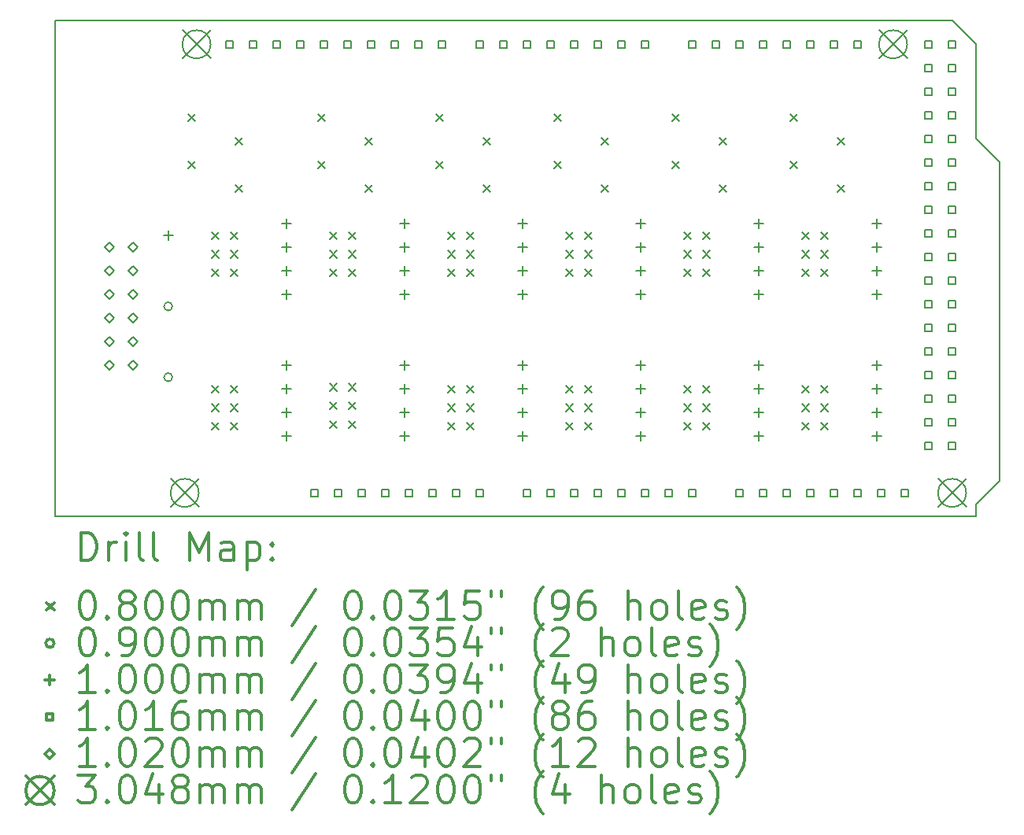
<source format=gbr>
%FSLAX45Y45*%
G04 Gerber Fmt 4.5, Leading zero omitted, Abs format (unit mm)*
G04 Created by KiCad (PCBNEW 5.99.0+really5.1.10+dfsg1-1) date 2021-11-08 11:55:26*
%MOMM*%
%LPD*%
G01*
G04 APERTURE LIST*
%TA.AperFunction,Profile*%
%ADD10C,0.150000*%
%TD*%
%ADD11C,0.200000*%
%ADD12C,0.300000*%
G04 APERTURE END LIST*
D10*
X20243800Y-12166600D02*
X10337800Y-12166600D01*
X20243800Y-12039600D02*
X20243800Y-12166600D01*
X20497800Y-11785600D02*
X20243800Y-12039600D01*
X20497800Y-8356600D02*
X20497800Y-11785600D01*
X20243800Y-8102600D02*
X20497800Y-8356600D01*
X20243800Y-7086600D02*
X20243800Y-8102600D01*
X19989800Y-6832600D02*
X20243800Y-7086600D01*
X10337800Y-6832600D02*
X19989800Y-6832600D01*
X10337800Y-12166600D02*
X10337800Y-6832600D01*
D11*
X11771000Y-7834000D02*
X11851000Y-7914000D01*
X11851000Y-7834000D02*
X11771000Y-7914000D01*
X11771000Y-8342000D02*
X11851000Y-8422000D01*
X11851000Y-8342000D02*
X11771000Y-8422000D01*
X12025000Y-9104000D02*
X12105000Y-9184000D01*
X12105000Y-9104000D02*
X12025000Y-9184000D01*
X12025000Y-9304000D02*
X12105000Y-9384000D01*
X12105000Y-9304000D02*
X12025000Y-9384000D01*
X12025000Y-9504000D02*
X12105000Y-9584000D01*
X12105000Y-9504000D02*
X12025000Y-9584000D01*
X12025000Y-10755000D02*
X12105000Y-10835000D01*
X12105000Y-10755000D02*
X12025000Y-10835000D01*
X12025000Y-10955000D02*
X12105000Y-11035000D01*
X12105000Y-10955000D02*
X12025000Y-11035000D01*
X12025000Y-11155000D02*
X12105000Y-11235000D01*
X12105000Y-11155000D02*
X12025000Y-11235000D01*
X12225000Y-9104000D02*
X12305000Y-9184000D01*
X12305000Y-9104000D02*
X12225000Y-9184000D01*
X12225000Y-9304000D02*
X12305000Y-9384000D01*
X12305000Y-9304000D02*
X12225000Y-9384000D01*
X12225000Y-9504000D02*
X12305000Y-9584000D01*
X12305000Y-9504000D02*
X12225000Y-9584000D01*
X12225000Y-10755000D02*
X12305000Y-10835000D01*
X12305000Y-10755000D02*
X12225000Y-10835000D01*
X12225000Y-10955000D02*
X12305000Y-11035000D01*
X12305000Y-10955000D02*
X12225000Y-11035000D01*
X12225000Y-11155000D02*
X12305000Y-11235000D01*
X12305000Y-11155000D02*
X12225000Y-11235000D01*
X12279000Y-8088000D02*
X12359000Y-8168000D01*
X12359000Y-8088000D02*
X12279000Y-8168000D01*
X12279000Y-8596000D02*
X12359000Y-8676000D01*
X12359000Y-8596000D02*
X12279000Y-8676000D01*
X13168000Y-7834000D02*
X13248000Y-7914000D01*
X13248000Y-7834000D02*
X13168000Y-7914000D01*
X13168000Y-8342000D02*
X13248000Y-8422000D01*
X13248000Y-8342000D02*
X13168000Y-8422000D01*
X13295000Y-9104000D02*
X13375000Y-9184000D01*
X13375000Y-9104000D02*
X13295000Y-9184000D01*
X13295000Y-9304000D02*
X13375000Y-9384000D01*
X13375000Y-9304000D02*
X13295000Y-9384000D01*
X13295000Y-9504000D02*
X13375000Y-9584000D01*
X13375000Y-9504000D02*
X13295000Y-9584000D01*
X13295000Y-10736000D02*
X13375000Y-10816000D01*
X13375000Y-10736000D02*
X13295000Y-10816000D01*
X13295000Y-10936000D02*
X13375000Y-11016000D01*
X13375000Y-10936000D02*
X13295000Y-11016000D01*
X13295000Y-11136000D02*
X13375000Y-11216000D01*
X13375000Y-11136000D02*
X13295000Y-11216000D01*
X13495000Y-9104000D02*
X13575000Y-9184000D01*
X13575000Y-9104000D02*
X13495000Y-9184000D01*
X13495000Y-9304000D02*
X13575000Y-9384000D01*
X13575000Y-9304000D02*
X13495000Y-9384000D01*
X13495000Y-9504000D02*
X13575000Y-9584000D01*
X13575000Y-9504000D02*
X13495000Y-9584000D01*
X13495000Y-10736000D02*
X13575000Y-10816000D01*
X13575000Y-10736000D02*
X13495000Y-10816000D01*
X13495000Y-10936000D02*
X13575000Y-11016000D01*
X13575000Y-10936000D02*
X13495000Y-11016000D01*
X13495000Y-11136000D02*
X13575000Y-11216000D01*
X13575000Y-11136000D02*
X13495000Y-11216000D01*
X13676000Y-8088000D02*
X13756000Y-8168000D01*
X13756000Y-8088000D02*
X13676000Y-8168000D01*
X13676000Y-8596000D02*
X13756000Y-8676000D01*
X13756000Y-8596000D02*
X13676000Y-8676000D01*
X14438000Y-7834000D02*
X14518000Y-7914000D01*
X14518000Y-7834000D02*
X14438000Y-7914000D01*
X14438000Y-8342000D02*
X14518000Y-8422000D01*
X14518000Y-8342000D02*
X14438000Y-8422000D01*
X14565000Y-9104000D02*
X14645000Y-9184000D01*
X14645000Y-9104000D02*
X14565000Y-9184000D01*
X14565000Y-9304000D02*
X14645000Y-9384000D01*
X14645000Y-9304000D02*
X14565000Y-9384000D01*
X14565000Y-9504000D02*
X14645000Y-9584000D01*
X14645000Y-9504000D02*
X14565000Y-9584000D01*
X14565000Y-10755000D02*
X14645000Y-10835000D01*
X14645000Y-10755000D02*
X14565000Y-10835000D01*
X14565000Y-10955000D02*
X14645000Y-11035000D01*
X14645000Y-10955000D02*
X14565000Y-11035000D01*
X14565000Y-11155000D02*
X14645000Y-11235000D01*
X14645000Y-11155000D02*
X14565000Y-11235000D01*
X14765000Y-9104000D02*
X14845000Y-9184000D01*
X14845000Y-9104000D02*
X14765000Y-9184000D01*
X14765000Y-9304000D02*
X14845000Y-9384000D01*
X14845000Y-9304000D02*
X14765000Y-9384000D01*
X14765000Y-9504000D02*
X14845000Y-9584000D01*
X14845000Y-9504000D02*
X14765000Y-9584000D01*
X14765000Y-10755000D02*
X14845000Y-10835000D01*
X14845000Y-10755000D02*
X14765000Y-10835000D01*
X14765000Y-10955000D02*
X14845000Y-11035000D01*
X14845000Y-10955000D02*
X14765000Y-11035000D01*
X14765000Y-11155000D02*
X14845000Y-11235000D01*
X14845000Y-11155000D02*
X14765000Y-11235000D01*
X14946000Y-8088000D02*
X15026000Y-8168000D01*
X15026000Y-8088000D02*
X14946000Y-8168000D01*
X14946000Y-8596000D02*
X15026000Y-8676000D01*
X15026000Y-8596000D02*
X14946000Y-8676000D01*
X15708000Y-7834000D02*
X15788000Y-7914000D01*
X15788000Y-7834000D02*
X15708000Y-7914000D01*
X15708000Y-8342000D02*
X15788000Y-8422000D01*
X15788000Y-8342000D02*
X15708000Y-8422000D01*
X15835000Y-9104000D02*
X15915000Y-9184000D01*
X15915000Y-9104000D02*
X15835000Y-9184000D01*
X15835000Y-9304000D02*
X15915000Y-9384000D01*
X15915000Y-9304000D02*
X15835000Y-9384000D01*
X15835000Y-9504000D02*
X15915000Y-9584000D01*
X15915000Y-9504000D02*
X15835000Y-9584000D01*
X15835000Y-10755000D02*
X15915000Y-10835000D01*
X15915000Y-10755000D02*
X15835000Y-10835000D01*
X15835000Y-10955000D02*
X15915000Y-11035000D01*
X15915000Y-10955000D02*
X15835000Y-11035000D01*
X15835000Y-11155000D02*
X15915000Y-11235000D01*
X15915000Y-11155000D02*
X15835000Y-11235000D01*
X16035000Y-9104000D02*
X16115000Y-9184000D01*
X16115000Y-9104000D02*
X16035000Y-9184000D01*
X16035000Y-9304000D02*
X16115000Y-9384000D01*
X16115000Y-9304000D02*
X16035000Y-9384000D01*
X16035000Y-9504000D02*
X16115000Y-9584000D01*
X16115000Y-9504000D02*
X16035000Y-9584000D01*
X16035000Y-10755000D02*
X16115000Y-10835000D01*
X16115000Y-10755000D02*
X16035000Y-10835000D01*
X16035000Y-10955000D02*
X16115000Y-11035000D01*
X16115000Y-10955000D02*
X16035000Y-11035000D01*
X16035000Y-11155000D02*
X16115000Y-11235000D01*
X16115000Y-11155000D02*
X16035000Y-11235000D01*
X16216000Y-8088000D02*
X16296000Y-8168000D01*
X16296000Y-8088000D02*
X16216000Y-8168000D01*
X16216000Y-8596000D02*
X16296000Y-8676000D01*
X16296000Y-8596000D02*
X16216000Y-8676000D01*
X16978000Y-7834000D02*
X17058000Y-7914000D01*
X17058000Y-7834000D02*
X16978000Y-7914000D01*
X16978000Y-8342000D02*
X17058000Y-8422000D01*
X17058000Y-8342000D02*
X16978000Y-8422000D01*
X17105000Y-9104000D02*
X17185000Y-9184000D01*
X17185000Y-9104000D02*
X17105000Y-9184000D01*
X17105000Y-9304000D02*
X17185000Y-9384000D01*
X17185000Y-9304000D02*
X17105000Y-9384000D01*
X17105000Y-9504000D02*
X17185000Y-9584000D01*
X17185000Y-9504000D02*
X17105000Y-9584000D01*
X17105000Y-10755000D02*
X17185000Y-10835000D01*
X17185000Y-10755000D02*
X17105000Y-10835000D01*
X17105000Y-10955000D02*
X17185000Y-11035000D01*
X17185000Y-10955000D02*
X17105000Y-11035000D01*
X17105000Y-11155000D02*
X17185000Y-11235000D01*
X17185000Y-11155000D02*
X17105000Y-11235000D01*
X17305000Y-9104000D02*
X17385000Y-9184000D01*
X17385000Y-9104000D02*
X17305000Y-9184000D01*
X17305000Y-9304000D02*
X17385000Y-9384000D01*
X17385000Y-9304000D02*
X17305000Y-9384000D01*
X17305000Y-9504000D02*
X17385000Y-9584000D01*
X17385000Y-9504000D02*
X17305000Y-9584000D01*
X17305000Y-10755000D02*
X17385000Y-10835000D01*
X17385000Y-10755000D02*
X17305000Y-10835000D01*
X17305000Y-10955000D02*
X17385000Y-11035000D01*
X17385000Y-10955000D02*
X17305000Y-11035000D01*
X17305000Y-11155000D02*
X17385000Y-11235000D01*
X17385000Y-11155000D02*
X17305000Y-11235000D01*
X17486000Y-8088000D02*
X17566000Y-8168000D01*
X17566000Y-8088000D02*
X17486000Y-8168000D01*
X17486000Y-8596000D02*
X17566000Y-8676000D01*
X17566000Y-8596000D02*
X17486000Y-8676000D01*
X18248000Y-7834000D02*
X18328000Y-7914000D01*
X18328000Y-7834000D02*
X18248000Y-7914000D01*
X18248000Y-8342000D02*
X18328000Y-8422000D01*
X18328000Y-8342000D02*
X18248000Y-8422000D01*
X18375000Y-9104000D02*
X18455000Y-9184000D01*
X18455000Y-9104000D02*
X18375000Y-9184000D01*
X18375000Y-9304000D02*
X18455000Y-9384000D01*
X18455000Y-9304000D02*
X18375000Y-9384000D01*
X18375000Y-9504000D02*
X18455000Y-9584000D01*
X18455000Y-9504000D02*
X18375000Y-9584000D01*
X18375000Y-10755000D02*
X18455000Y-10835000D01*
X18455000Y-10755000D02*
X18375000Y-10835000D01*
X18375000Y-10955000D02*
X18455000Y-11035000D01*
X18455000Y-10955000D02*
X18375000Y-11035000D01*
X18375000Y-11155000D02*
X18455000Y-11235000D01*
X18455000Y-11155000D02*
X18375000Y-11235000D01*
X18575000Y-9104000D02*
X18655000Y-9184000D01*
X18655000Y-9104000D02*
X18575000Y-9184000D01*
X18575000Y-9304000D02*
X18655000Y-9384000D01*
X18655000Y-9304000D02*
X18575000Y-9384000D01*
X18575000Y-9504000D02*
X18655000Y-9584000D01*
X18655000Y-9504000D02*
X18575000Y-9584000D01*
X18575000Y-10755000D02*
X18655000Y-10835000D01*
X18655000Y-10755000D02*
X18575000Y-10835000D01*
X18575000Y-10955000D02*
X18655000Y-11035000D01*
X18655000Y-10955000D02*
X18575000Y-11035000D01*
X18575000Y-11155000D02*
X18655000Y-11235000D01*
X18655000Y-11155000D02*
X18575000Y-11235000D01*
X18756000Y-8088000D02*
X18836000Y-8168000D01*
X18836000Y-8088000D02*
X18756000Y-8168000D01*
X18756000Y-8596000D02*
X18836000Y-8676000D01*
X18836000Y-8596000D02*
X18756000Y-8676000D01*
X11602000Y-9906000D02*
G75*
G03*
X11602000Y-9906000I-45000J0D01*
G01*
X11602000Y-10668000D02*
G75*
G03*
X11602000Y-10668000I-45000J0D01*
G01*
X11557000Y-9094000D02*
X11557000Y-9194000D01*
X11507000Y-9144000D02*
X11607000Y-9144000D01*
X12827000Y-8967000D02*
X12827000Y-9067000D01*
X12777000Y-9017000D02*
X12877000Y-9017000D01*
X12827000Y-9221000D02*
X12827000Y-9321000D01*
X12777000Y-9271000D02*
X12877000Y-9271000D01*
X12827000Y-9475000D02*
X12827000Y-9575000D01*
X12777000Y-9525000D02*
X12877000Y-9525000D01*
X12827000Y-9729000D02*
X12827000Y-9829000D01*
X12777000Y-9779000D02*
X12877000Y-9779000D01*
X12827000Y-10491000D02*
X12827000Y-10591000D01*
X12777000Y-10541000D02*
X12877000Y-10541000D01*
X12827000Y-10745000D02*
X12827000Y-10845000D01*
X12777000Y-10795000D02*
X12877000Y-10795000D01*
X12827000Y-10999000D02*
X12827000Y-11099000D01*
X12777000Y-11049000D02*
X12877000Y-11049000D01*
X12827000Y-11253000D02*
X12827000Y-11353000D01*
X12777000Y-11303000D02*
X12877000Y-11303000D01*
X14097000Y-8967000D02*
X14097000Y-9067000D01*
X14047000Y-9017000D02*
X14147000Y-9017000D01*
X14097000Y-9221000D02*
X14097000Y-9321000D01*
X14047000Y-9271000D02*
X14147000Y-9271000D01*
X14097000Y-9475000D02*
X14097000Y-9575000D01*
X14047000Y-9525000D02*
X14147000Y-9525000D01*
X14097000Y-9729000D02*
X14097000Y-9829000D01*
X14047000Y-9779000D02*
X14147000Y-9779000D01*
X14097000Y-10491000D02*
X14097000Y-10591000D01*
X14047000Y-10541000D02*
X14147000Y-10541000D01*
X14097000Y-10745000D02*
X14097000Y-10845000D01*
X14047000Y-10795000D02*
X14147000Y-10795000D01*
X14097000Y-10999000D02*
X14097000Y-11099000D01*
X14047000Y-11049000D02*
X14147000Y-11049000D01*
X14097000Y-11253000D02*
X14097000Y-11353000D01*
X14047000Y-11303000D02*
X14147000Y-11303000D01*
X15367000Y-8967000D02*
X15367000Y-9067000D01*
X15317000Y-9017000D02*
X15417000Y-9017000D01*
X15367000Y-9221000D02*
X15367000Y-9321000D01*
X15317000Y-9271000D02*
X15417000Y-9271000D01*
X15367000Y-9475000D02*
X15367000Y-9575000D01*
X15317000Y-9525000D02*
X15417000Y-9525000D01*
X15367000Y-9729000D02*
X15367000Y-9829000D01*
X15317000Y-9779000D02*
X15417000Y-9779000D01*
X15367000Y-10491000D02*
X15367000Y-10591000D01*
X15317000Y-10541000D02*
X15417000Y-10541000D01*
X15367000Y-10745000D02*
X15367000Y-10845000D01*
X15317000Y-10795000D02*
X15417000Y-10795000D01*
X15367000Y-10999000D02*
X15367000Y-11099000D01*
X15317000Y-11049000D02*
X15417000Y-11049000D01*
X15367000Y-11253000D02*
X15367000Y-11353000D01*
X15317000Y-11303000D02*
X15417000Y-11303000D01*
X16637000Y-8967000D02*
X16637000Y-9067000D01*
X16587000Y-9017000D02*
X16687000Y-9017000D01*
X16637000Y-9221000D02*
X16637000Y-9321000D01*
X16587000Y-9271000D02*
X16687000Y-9271000D01*
X16637000Y-9475000D02*
X16637000Y-9575000D01*
X16587000Y-9525000D02*
X16687000Y-9525000D01*
X16637000Y-9729000D02*
X16637000Y-9829000D01*
X16587000Y-9779000D02*
X16687000Y-9779000D01*
X16637000Y-10491000D02*
X16637000Y-10591000D01*
X16587000Y-10541000D02*
X16687000Y-10541000D01*
X16637000Y-10745000D02*
X16637000Y-10845000D01*
X16587000Y-10795000D02*
X16687000Y-10795000D01*
X16637000Y-10999000D02*
X16637000Y-11099000D01*
X16587000Y-11049000D02*
X16687000Y-11049000D01*
X16637000Y-11253000D02*
X16637000Y-11353000D01*
X16587000Y-11303000D02*
X16687000Y-11303000D01*
X17907000Y-8967000D02*
X17907000Y-9067000D01*
X17857000Y-9017000D02*
X17957000Y-9017000D01*
X17907000Y-9221000D02*
X17907000Y-9321000D01*
X17857000Y-9271000D02*
X17957000Y-9271000D01*
X17907000Y-9475000D02*
X17907000Y-9575000D01*
X17857000Y-9525000D02*
X17957000Y-9525000D01*
X17907000Y-9729000D02*
X17907000Y-9829000D01*
X17857000Y-9779000D02*
X17957000Y-9779000D01*
X17907000Y-10491000D02*
X17907000Y-10591000D01*
X17857000Y-10541000D02*
X17957000Y-10541000D01*
X17907000Y-10745000D02*
X17907000Y-10845000D01*
X17857000Y-10795000D02*
X17957000Y-10795000D01*
X17907000Y-10999000D02*
X17907000Y-11099000D01*
X17857000Y-11049000D02*
X17957000Y-11049000D01*
X17907000Y-11253000D02*
X17907000Y-11353000D01*
X17857000Y-11303000D02*
X17957000Y-11303000D01*
X19177000Y-8967000D02*
X19177000Y-9067000D01*
X19127000Y-9017000D02*
X19227000Y-9017000D01*
X19177000Y-9221000D02*
X19177000Y-9321000D01*
X19127000Y-9271000D02*
X19227000Y-9271000D01*
X19177000Y-9475000D02*
X19177000Y-9575000D01*
X19127000Y-9525000D02*
X19227000Y-9525000D01*
X19177000Y-9729000D02*
X19177000Y-9829000D01*
X19127000Y-9779000D02*
X19227000Y-9779000D01*
X19177000Y-10491000D02*
X19177000Y-10591000D01*
X19127000Y-10541000D02*
X19227000Y-10541000D01*
X19177000Y-10745000D02*
X19177000Y-10845000D01*
X19127000Y-10795000D02*
X19227000Y-10795000D01*
X19177000Y-10999000D02*
X19177000Y-11099000D01*
X19127000Y-11049000D02*
X19227000Y-11049000D01*
X19177000Y-11253000D02*
X19177000Y-11353000D01*
X19127000Y-11303000D02*
X19227000Y-11303000D01*
X12253321Y-7122521D02*
X12253321Y-7050679D01*
X12181479Y-7050679D01*
X12181479Y-7122521D01*
X12253321Y-7122521D01*
X12507321Y-7122521D02*
X12507321Y-7050679D01*
X12435479Y-7050679D01*
X12435479Y-7122521D01*
X12507321Y-7122521D01*
X12761321Y-7122521D02*
X12761321Y-7050679D01*
X12689479Y-7050679D01*
X12689479Y-7122521D01*
X12761321Y-7122521D01*
X13015321Y-7122521D02*
X13015321Y-7050679D01*
X12943479Y-7050679D01*
X12943479Y-7122521D01*
X13015321Y-7122521D01*
X13167721Y-11948521D02*
X13167721Y-11876679D01*
X13095879Y-11876679D01*
X13095879Y-11948521D01*
X13167721Y-11948521D01*
X13269321Y-7122521D02*
X13269321Y-7050679D01*
X13197479Y-7050679D01*
X13197479Y-7122521D01*
X13269321Y-7122521D01*
X13421721Y-11948521D02*
X13421721Y-11876679D01*
X13349879Y-11876679D01*
X13349879Y-11948521D01*
X13421721Y-11948521D01*
X13523321Y-7122521D02*
X13523321Y-7050679D01*
X13451479Y-7050679D01*
X13451479Y-7122521D01*
X13523321Y-7122521D01*
X13675721Y-11948521D02*
X13675721Y-11876679D01*
X13603879Y-11876679D01*
X13603879Y-11948521D01*
X13675721Y-11948521D01*
X13777321Y-7122521D02*
X13777321Y-7050679D01*
X13705479Y-7050679D01*
X13705479Y-7122521D01*
X13777321Y-7122521D01*
X13929721Y-11948521D02*
X13929721Y-11876679D01*
X13857879Y-11876679D01*
X13857879Y-11948521D01*
X13929721Y-11948521D01*
X14031321Y-7122521D02*
X14031321Y-7050679D01*
X13959479Y-7050679D01*
X13959479Y-7122521D01*
X14031321Y-7122521D01*
X14183721Y-11948521D02*
X14183721Y-11876679D01*
X14111879Y-11876679D01*
X14111879Y-11948521D01*
X14183721Y-11948521D01*
X14285321Y-7122521D02*
X14285321Y-7050679D01*
X14213479Y-7050679D01*
X14213479Y-7122521D01*
X14285321Y-7122521D01*
X14437721Y-11948521D02*
X14437721Y-11876679D01*
X14365879Y-11876679D01*
X14365879Y-11948521D01*
X14437721Y-11948521D01*
X14539321Y-7122521D02*
X14539321Y-7050679D01*
X14467479Y-7050679D01*
X14467479Y-7122521D01*
X14539321Y-7122521D01*
X14691721Y-11948521D02*
X14691721Y-11876679D01*
X14619879Y-11876679D01*
X14619879Y-11948521D01*
X14691721Y-11948521D01*
X14945721Y-7122521D02*
X14945721Y-7050679D01*
X14873879Y-7050679D01*
X14873879Y-7122521D01*
X14945721Y-7122521D01*
X14945721Y-11948521D02*
X14945721Y-11876679D01*
X14873879Y-11876679D01*
X14873879Y-11948521D01*
X14945721Y-11948521D01*
X15199721Y-7122521D02*
X15199721Y-7050679D01*
X15127879Y-7050679D01*
X15127879Y-7122521D01*
X15199721Y-7122521D01*
X15453721Y-7122521D02*
X15453721Y-7050679D01*
X15381879Y-7050679D01*
X15381879Y-7122521D01*
X15453721Y-7122521D01*
X15453721Y-11948521D02*
X15453721Y-11876679D01*
X15381879Y-11876679D01*
X15381879Y-11948521D01*
X15453721Y-11948521D01*
X15707721Y-7122521D02*
X15707721Y-7050679D01*
X15635879Y-7050679D01*
X15635879Y-7122521D01*
X15707721Y-7122521D01*
X15707721Y-11948521D02*
X15707721Y-11876679D01*
X15635879Y-11876679D01*
X15635879Y-11948521D01*
X15707721Y-11948521D01*
X15961721Y-7122521D02*
X15961721Y-7050679D01*
X15889879Y-7050679D01*
X15889879Y-7122521D01*
X15961721Y-7122521D01*
X15961721Y-11948521D02*
X15961721Y-11876679D01*
X15889879Y-11876679D01*
X15889879Y-11948521D01*
X15961721Y-11948521D01*
X16215721Y-7122521D02*
X16215721Y-7050679D01*
X16143879Y-7050679D01*
X16143879Y-7122521D01*
X16215721Y-7122521D01*
X16215721Y-11948521D02*
X16215721Y-11876679D01*
X16143879Y-11876679D01*
X16143879Y-11948521D01*
X16215721Y-11948521D01*
X16469721Y-7122521D02*
X16469721Y-7050679D01*
X16397879Y-7050679D01*
X16397879Y-7122521D01*
X16469721Y-7122521D01*
X16469721Y-11948521D02*
X16469721Y-11876679D01*
X16397879Y-11876679D01*
X16397879Y-11948521D01*
X16469721Y-11948521D01*
X16723721Y-7122521D02*
X16723721Y-7050679D01*
X16651879Y-7050679D01*
X16651879Y-7122521D01*
X16723721Y-7122521D01*
X16723721Y-11948521D02*
X16723721Y-11876679D01*
X16651879Y-11876679D01*
X16651879Y-11948521D01*
X16723721Y-11948521D01*
X16977721Y-11948521D02*
X16977721Y-11876679D01*
X16905879Y-11876679D01*
X16905879Y-11948521D01*
X16977721Y-11948521D01*
X17231721Y-7122521D02*
X17231721Y-7050679D01*
X17159879Y-7050679D01*
X17159879Y-7122521D01*
X17231721Y-7122521D01*
X17231721Y-11948521D02*
X17231721Y-11876679D01*
X17159879Y-11876679D01*
X17159879Y-11948521D01*
X17231721Y-11948521D01*
X17485721Y-7122521D02*
X17485721Y-7050679D01*
X17413879Y-7050679D01*
X17413879Y-7122521D01*
X17485721Y-7122521D01*
X17739721Y-7122521D02*
X17739721Y-7050679D01*
X17667879Y-7050679D01*
X17667879Y-7122521D01*
X17739721Y-7122521D01*
X17739721Y-11948521D02*
X17739721Y-11876679D01*
X17667879Y-11876679D01*
X17667879Y-11948521D01*
X17739721Y-11948521D01*
X17993721Y-7122521D02*
X17993721Y-7050679D01*
X17921879Y-7050679D01*
X17921879Y-7122521D01*
X17993721Y-7122521D01*
X17993721Y-11948521D02*
X17993721Y-11876679D01*
X17921879Y-11876679D01*
X17921879Y-11948521D01*
X17993721Y-11948521D01*
X18247721Y-7122521D02*
X18247721Y-7050679D01*
X18175879Y-7050679D01*
X18175879Y-7122521D01*
X18247721Y-7122521D01*
X18247721Y-11948521D02*
X18247721Y-11876679D01*
X18175879Y-11876679D01*
X18175879Y-11948521D01*
X18247721Y-11948521D01*
X18501721Y-7122521D02*
X18501721Y-7050679D01*
X18429879Y-7050679D01*
X18429879Y-7122521D01*
X18501721Y-7122521D01*
X18501721Y-11948521D02*
X18501721Y-11876679D01*
X18429879Y-11876679D01*
X18429879Y-11948521D01*
X18501721Y-11948521D01*
X18755721Y-7122521D02*
X18755721Y-7050679D01*
X18683879Y-7050679D01*
X18683879Y-7122521D01*
X18755721Y-7122521D01*
X18755721Y-11948521D02*
X18755721Y-11876679D01*
X18683879Y-11876679D01*
X18683879Y-11948521D01*
X18755721Y-11948521D01*
X19009721Y-7122521D02*
X19009721Y-7050679D01*
X18937879Y-7050679D01*
X18937879Y-7122521D01*
X19009721Y-7122521D01*
X19009721Y-11948521D02*
X19009721Y-11876679D01*
X18937879Y-11876679D01*
X18937879Y-11948521D01*
X19009721Y-11948521D01*
X19263721Y-11948521D02*
X19263721Y-11876679D01*
X19191879Y-11876679D01*
X19191879Y-11948521D01*
X19263721Y-11948521D01*
X19517721Y-11948521D02*
X19517721Y-11876679D01*
X19445879Y-11876679D01*
X19445879Y-11948521D01*
X19517721Y-11948521D01*
X19771721Y-7122521D02*
X19771721Y-7050679D01*
X19699879Y-7050679D01*
X19699879Y-7122521D01*
X19771721Y-7122521D01*
X19771721Y-7376521D02*
X19771721Y-7304679D01*
X19699879Y-7304679D01*
X19699879Y-7376521D01*
X19771721Y-7376521D01*
X19771721Y-7630521D02*
X19771721Y-7558679D01*
X19699879Y-7558679D01*
X19699879Y-7630521D01*
X19771721Y-7630521D01*
X19771721Y-7884521D02*
X19771721Y-7812679D01*
X19699879Y-7812679D01*
X19699879Y-7884521D01*
X19771721Y-7884521D01*
X19771721Y-8138521D02*
X19771721Y-8066679D01*
X19699879Y-8066679D01*
X19699879Y-8138521D01*
X19771721Y-8138521D01*
X19771721Y-8392521D02*
X19771721Y-8320679D01*
X19699879Y-8320679D01*
X19699879Y-8392521D01*
X19771721Y-8392521D01*
X19771721Y-8646521D02*
X19771721Y-8574679D01*
X19699879Y-8574679D01*
X19699879Y-8646521D01*
X19771721Y-8646521D01*
X19771721Y-8900521D02*
X19771721Y-8828679D01*
X19699879Y-8828679D01*
X19699879Y-8900521D01*
X19771721Y-8900521D01*
X19771721Y-9154521D02*
X19771721Y-9082679D01*
X19699879Y-9082679D01*
X19699879Y-9154521D01*
X19771721Y-9154521D01*
X19771721Y-9408521D02*
X19771721Y-9336679D01*
X19699879Y-9336679D01*
X19699879Y-9408521D01*
X19771721Y-9408521D01*
X19771721Y-9662521D02*
X19771721Y-9590679D01*
X19699879Y-9590679D01*
X19699879Y-9662521D01*
X19771721Y-9662521D01*
X19771721Y-9916521D02*
X19771721Y-9844679D01*
X19699879Y-9844679D01*
X19699879Y-9916521D01*
X19771721Y-9916521D01*
X19771721Y-10170521D02*
X19771721Y-10098679D01*
X19699879Y-10098679D01*
X19699879Y-10170521D01*
X19771721Y-10170521D01*
X19771721Y-10424521D02*
X19771721Y-10352679D01*
X19699879Y-10352679D01*
X19699879Y-10424521D01*
X19771721Y-10424521D01*
X19771721Y-10678521D02*
X19771721Y-10606679D01*
X19699879Y-10606679D01*
X19699879Y-10678521D01*
X19771721Y-10678521D01*
X19771721Y-10932521D02*
X19771721Y-10860679D01*
X19699879Y-10860679D01*
X19699879Y-10932521D01*
X19771721Y-10932521D01*
X19771721Y-11186521D02*
X19771721Y-11114679D01*
X19699879Y-11114679D01*
X19699879Y-11186521D01*
X19771721Y-11186521D01*
X19771721Y-11440521D02*
X19771721Y-11368679D01*
X19699879Y-11368679D01*
X19699879Y-11440521D01*
X19771721Y-11440521D01*
X20025721Y-7122521D02*
X20025721Y-7050679D01*
X19953879Y-7050679D01*
X19953879Y-7122521D01*
X20025721Y-7122521D01*
X20025721Y-7376521D02*
X20025721Y-7304679D01*
X19953879Y-7304679D01*
X19953879Y-7376521D01*
X20025721Y-7376521D01*
X20025721Y-7630521D02*
X20025721Y-7558679D01*
X19953879Y-7558679D01*
X19953879Y-7630521D01*
X20025721Y-7630521D01*
X20025721Y-7884521D02*
X20025721Y-7812679D01*
X19953879Y-7812679D01*
X19953879Y-7884521D01*
X20025721Y-7884521D01*
X20025721Y-8138521D02*
X20025721Y-8066679D01*
X19953879Y-8066679D01*
X19953879Y-8138521D01*
X20025721Y-8138521D01*
X20025721Y-8392521D02*
X20025721Y-8320679D01*
X19953879Y-8320679D01*
X19953879Y-8392521D01*
X20025721Y-8392521D01*
X20025721Y-8646521D02*
X20025721Y-8574679D01*
X19953879Y-8574679D01*
X19953879Y-8646521D01*
X20025721Y-8646521D01*
X20025721Y-8900521D02*
X20025721Y-8828679D01*
X19953879Y-8828679D01*
X19953879Y-8900521D01*
X20025721Y-8900521D01*
X20025721Y-9154521D02*
X20025721Y-9082679D01*
X19953879Y-9082679D01*
X19953879Y-9154521D01*
X20025721Y-9154521D01*
X20025721Y-9408521D02*
X20025721Y-9336679D01*
X19953879Y-9336679D01*
X19953879Y-9408521D01*
X20025721Y-9408521D01*
X20025721Y-9662521D02*
X20025721Y-9590679D01*
X19953879Y-9590679D01*
X19953879Y-9662521D01*
X20025721Y-9662521D01*
X20025721Y-9916521D02*
X20025721Y-9844679D01*
X19953879Y-9844679D01*
X19953879Y-9916521D01*
X20025721Y-9916521D01*
X20025721Y-10170521D02*
X20025721Y-10098679D01*
X19953879Y-10098679D01*
X19953879Y-10170521D01*
X20025721Y-10170521D01*
X20025721Y-10424521D02*
X20025721Y-10352679D01*
X19953879Y-10352679D01*
X19953879Y-10424521D01*
X20025721Y-10424521D01*
X20025721Y-10678521D02*
X20025721Y-10606679D01*
X19953879Y-10606679D01*
X19953879Y-10678521D01*
X20025721Y-10678521D01*
X20025721Y-10932521D02*
X20025721Y-10860679D01*
X19953879Y-10860679D01*
X19953879Y-10932521D01*
X20025721Y-10932521D01*
X20025721Y-11186521D02*
X20025721Y-11114679D01*
X19953879Y-11114679D01*
X19953879Y-11186521D01*
X20025721Y-11186521D01*
X20025721Y-11440521D02*
X20025721Y-11368679D01*
X19953879Y-11368679D01*
X19953879Y-11440521D01*
X20025721Y-11440521D01*
X10922000Y-9322000D02*
X10973000Y-9271000D01*
X10922000Y-9220000D01*
X10871000Y-9271000D01*
X10922000Y-9322000D01*
X10922000Y-9576000D02*
X10973000Y-9525000D01*
X10922000Y-9474000D01*
X10871000Y-9525000D01*
X10922000Y-9576000D01*
X10922000Y-9830000D02*
X10973000Y-9779000D01*
X10922000Y-9728000D01*
X10871000Y-9779000D01*
X10922000Y-9830000D01*
X10922000Y-10084000D02*
X10973000Y-10033000D01*
X10922000Y-9982000D01*
X10871000Y-10033000D01*
X10922000Y-10084000D01*
X10922000Y-10338000D02*
X10973000Y-10287000D01*
X10922000Y-10236000D01*
X10871000Y-10287000D01*
X10922000Y-10338000D01*
X10922000Y-10592000D02*
X10973000Y-10541000D01*
X10922000Y-10490000D01*
X10871000Y-10541000D01*
X10922000Y-10592000D01*
X11176000Y-9322000D02*
X11227000Y-9271000D01*
X11176000Y-9220000D01*
X11125000Y-9271000D01*
X11176000Y-9322000D01*
X11176000Y-9576000D02*
X11227000Y-9525000D01*
X11176000Y-9474000D01*
X11125000Y-9525000D01*
X11176000Y-9576000D01*
X11176000Y-9830000D02*
X11227000Y-9779000D01*
X11176000Y-9728000D01*
X11125000Y-9779000D01*
X11176000Y-9830000D01*
X11176000Y-10084000D02*
X11227000Y-10033000D01*
X11176000Y-9982000D01*
X11125000Y-10033000D01*
X11176000Y-10084000D01*
X11176000Y-10338000D02*
X11227000Y-10287000D01*
X11176000Y-10236000D01*
X11125000Y-10287000D01*
X11176000Y-10338000D01*
X11176000Y-10592000D02*
X11227000Y-10541000D01*
X11176000Y-10490000D01*
X11125000Y-10541000D01*
X11176000Y-10592000D01*
X11582400Y-11760200D02*
X11887200Y-12065000D01*
X11887200Y-11760200D02*
X11582400Y-12065000D01*
X11887200Y-11912600D02*
G75*
G03*
X11887200Y-11912600I-152400J0D01*
G01*
X11709400Y-6934200D02*
X12014200Y-7239000D01*
X12014200Y-6934200D02*
X11709400Y-7239000D01*
X12014200Y-7086600D02*
G75*
G03*
X12014200Y-7086600I-152400J0D01*
G01*
X19202400Y-6934200D02*
X19507200Y-7239000D01*
X19507200Y-6934200D02*
X19202400Y-7239000D01*
X19507200Y-7086600D02*
G75*
G03*
X19507200Y-7086600I-152400J0D01*
G01*
X19837400Y-11760200D02*
X20142200Y-12065000D01*
X20142200Y-11760200D02*
X19837400Y-12065000D01*
X20142200Y-11912600D02*
G75*
G03*
X20142200Y-11912600I-152400J0D01*
G01*
D12*
X10616728Y-12639814D02*
X10616728Y-12339814D01*
X10688157Y-12339814D01*
X10731014Y-12354100D01*
X10759586Y-12382671D01*
X10773871Y-12411243D01*
X10788157Y-12468386D01*
X10788157Y-12511243D01*
X10773871Y-12568386D01*
X10759586Y-12596957D01*
X10731014Y-12625529D01*
X10688157Y-12639814D01*
X10616728Y-12639814D01*
X10916728Y-12639814D02*
X10916728Y-12439814D01*
X10916728Y-12496957D02*
X10931014Y-12468386D01*
X10945300Y-12454100D01*
X10973871Y-12439814D01*
X11002443Y-12439814D01*
X11102443Y-12639814D02*
X11102443Y-12439814D01*
X11102443Y-12339814D02*
X11088157Y-12354100D01*
X11102443Y-12368386D01*
X11116728Y-12354100D01*
X11102443Y-12339814D01*
X11102443Y-12368386D01*
X11288157Y-12639814D02*
X11259586Y-12625529D01*
X11245300Y-12596957D01*
X11245300Y-12339814D01*
X11445300Y-12639814D02*
X11416728Y-12625529D01*
X11402443Y-12596957D01*
X11402443Y-12339814D01*
X11788157Y-12639814D02*
X11788157Y-12339814D01*
X11888157Y-12554100D01*
X11988157Y-12339814D01*
X11988157Y-12639814D01*
X12259586Y-12639814D02*
X12259586Y-12482671D01*
X12245300Y-12454100D01*
X12216728Y-12439814D01*
X12159586Y-12439814D01*
X12131014Y-12454100D01*
X12259586Y-12625529D02*
X12231014Y-12639814D01*
X12159586Y-12639814D01*
X12131014Y-12625529D01*
X12116728Y-12596957D01*
X12116728Y-12568386D01*
X12131014Y-12539814D01*
X12159586Y-12525529D01*
X12231014Y-12525529D01*
X12259586Y-12511243D01*
X12402443Y-12439814D02*
X12402443Y-12739814D01*
X12402443Y-12454100D02*
X12431014Y-12439814D01*
X12488157Y-12439814D01*
X12516728Y-12454100D01*
X12531014Y-12468386D01*
X12545300Y-12496957D01*
X12545300Y-12582671D01*
X12531014Y-12611243D01*
X12516728Y-12625529D01*
X12488157Y-12639814D01*
X12431014Y-12639814D01*
X12402443Y-12625529D01*
X12673871Y-12611243D02*
X12688157Y-12625529D01*
X12673871Y-12639814D01*
X12659586Y-12625529D01*
X12673871Y-12611243D01*
X12673871Y-12639814D01*
X12673871Y-12454100D02*
X12688157Y-12468386D01*
X12673871Y-12482671D01*
X12659586Y-12468386D01*
X12673871Y-12454100D01*
X12673871Y-12482671D01*
X10250300Y-13094100D02*
X10330300Y-13174100D01*
X10330300Y-13094100D02*
X10250300Y-13174100D01*
X10673871Y-12969814D02*
X10702443Y-12969814D01*
X10731014Y-12984100D01*
X10745300Y-12998386D01*
X10759586Y-13026957D01*
X10773871Y-13084100D01*
X10773871Y-13155529D01*
X10759586Y-13212671D01*
X10745300Y-13241243D01*
X10731014Y-13255529D01*
X10702443Y-13269814D01*
X10673871Y-13269814D01*
X10645300Y-13255529D01*
X10631014Y-13241243D01*
X10616728Y-13212671D01*
X10602443Y-13155529D01*
X10602443Y-13084100D01*
X10616728Y-13026957D01*
X10631014Y-12998386D01*
X10645300Y-12984100D01*
X10673871Y-12969814D01*
X10902443Y-13241243D02*
X10916728Y-13255529D01*
X10902443Y-13269814D01*
X10888157Y-13255529D01*
X10902443Y-13241243D01*
X10902443Y-13269814D01*
X11088157Y-13098386D02*
X11059586Y-13084100D01*
X11045300Y-13069814D01*
X11031014Y-13041243D01*
X11031014Y-13026957D01*
X11045300Y-12998386D01*
X11059586Y-12984100D01*
X11088157Y-12969814D01*
X11145300Y-12969814D01*
X11173871Y-12984100D01*
X11188157Y-12998386D01*
X11202443Y-13026957D01*
X11202443Y-13041243D01*
X11188157Y-13069814D01*
X11173871Y-13084100D01*
X11145300Y-13098386D01*
X11088157Y-13098386D01*
X11059586Y-13112671D01*
X11045300Y-13126957D01*
X11031014Y-13155529D01*
X11031014Y-13212671D01*
X11045300Y-13241243D01*
X11059586Y-13255529D01*
X11088157Y-13269814D01*
X11145300Y-13269814D01*
X11173871Y-13255529D01*
X11188157Y-13241243D01*
X11202443Y-13212671D01*
X11202443Y-13155529D01*
X11188157Y-13126957D01*
X11173871Y-13112671D01*
X11145300Y-13098386D01*
X11388157Y-12969814D02*
X11416728Y-12969814D01*
X11445300Y-12984100D01*
X11459586Y-12998386D01*
X11473871Y-13026957D01*
X11488157Y-13084100D01*
X11488157Y-13155529D01*
X11473871Y-13212671D01*
X11459586Y-13241243D01*
X11445300Y-13255529D01*
X11416728Y-13269814D01*
X11388157Y-13269814D01*
X11359586Y-13255529D01*
X11345300Y-13241243D01*
X11331014Y-13212671D01*
X11316728Y-13155529D01*
X11316728Y-13084100D01*
X11331014Y-13026957D01*
X11345300Y-12998386D01*
X11359586Y-12984100D01*
X11388157Y-12969814D01*
X11673871Y-12969814D02*
X11702443Y-12969814D01*
X11731014Y-12984100D01*
X11745300Y-12998386D01*
X11759586Y-13026957D01*
X11773871Y-13084100D01*
X11773871Y-13155529D01*
X11759586Y-13212671D01*
X11745300Y-13241243D01*
X11731014Y-13255529D01*
X11702443Y-13269814D01*
X11673871Y-13269814D01*
X11645300Y-13255529D01*
X11631014Y-13241243D01*
X11616728Y-13212671D01*
X11602443Y-13155529D01*
X11602443Y-13084100D01*
X11616728Y-13026957D01*
X11631014Y-12998386D01*
X11645300Y-12984100D01*
X11673871Y-12969814D01*
X11902443Y-13269814D02*
X11902443Y-13069814D01*
X11902443Y-13098386D02*
X11916728Y-13084100D01*
X11945300Y-13069814D01*
X11988157Y-13069814D01*
X12016728Y-13084100D01*
X12031014Y-13112671D01*
X12031014Y-13269814D01*
X12031014Y-13112671D02*
X12045300Y-13084100D01*
X12073871Y-13069814D01*
X12116728Y-13069814D01*
X12145300Y-13084100D01*
X12159586Y-13112671D01*
X12159586Y-13269814D01*
X12302443Y-13269814D02*
X12302443Y-13069814D01*
X12302443Y-13098386D02*
X12316728Y-13084100D01*
X12345300Y-13069814D01*
X12388157Y-13069814D01*
X12416728Y-13084100D01*
X12431014Y-13112671D01*
X12431014Y-13269814D01*
X12431014Y-13112671D02*
X12445300Y-13084100D01*
X12473871Y-13069814D01*
X12516728Y-13069814D01*
X12545300Y-13084100D01*
X12559586Y-13112671D01*
X12559586Y-13269814D01*
X13145300Y-12955529D02*
X12888157Y-13341243D01*
X13531014Y-12969814D02*
X13559586Y-12969814D01*
X13588157Y-12984100D01*
X13602443Y-12998386D01*
X13616728Y-13026957D01*
X13631014Y-13084100D01*
X13631014Y-13155529D01*
X13616728Y-13212671D01*
X13602443Y-13241243D01*
X13588157Y-13255529D01*
X13559586Y-13269814D01*
X13531014Y-13269814D01*
X13502443Y-13255529D01*
X13488157Y-13241243D01*
X13473871Y-13212671D01*
X13459586Y-13155529D01*
X13459586Y-13084100D01*
X13473871Y-13026957D01*
X13488157Y-12998386D01*
X13502443Y-12984100D01*
X13531014Y-12969814D01*
X13759586Y-13241243D02*
X13773871Y-13255529D01*
X13759586Y-13269814D01*
X13745300Y-13255529D01*
X13759586Y-13241243D01*
X13759586Y-13269814D01*
X13959586Y-12969814D02*
X13988157Y-12969814D01*
X14016728Y-12984100D01*
X14031014Y-12998386D01*
X14045300Y-13026957D01*
X14059586Y-13084100D01*
X14059586Y-13155529D01*
X14045300Y-13212671D01*
X14031014Y-13241243D01*
X14016728Y-13255529D01*
X13988157Y-13269814D01*
X13959586Y-13269814D01*
X13931014Y-13255529D01*
X13916728Y-13241243D01*
X13902443Y-13212671D01*
X13888157Y-13155529D01*
X13888157Y-13084100D01*
X13902443Y-13026957D01*
X13916728Y-12998386D01*
X13931014Y-12984100D01*
X13959586Y-12969814D01*
X14159586Y-12969814D02*
X14345300Y-12969814D01*
X14245300Y-13084100D01*
X14288157Y-13084100D01*
X14316728Y-13098386D01*
X14331014Y-13112671D01*
X14345300Y-13141243D01*
X14345300Y-13212671D01*
X14331014Y-13241243D01*
X14316728Y-13255529D01*
X14288157Y-13269814D01*
X14202443Y-13269814D01*
X14173871Y-13255529D01*
X14159586Y-13241243D01*
X14631014Y-13269814D02*
X14459586Y-13269814D01*
X14545300Y-13269814D02*
X14545300Y-12969814D01*
X14516728Y-13012671D01*
X14488157Y-13041243D01*
X14459586Y-13055529D01*
X14902443Y-12969814D02*
X14759586Y-12969814D01*
X14745300Y-13112671D01*
X14759586Y-13098386D01*
X14788157Y-13084100D01*
X14859586Y-13084100D01*
X14888157Y-13098386D01*
X14902443Y-13112671D01*
X14916728Y-13141243D01*
X14916728Y-13212671D01*
X14902443Y-13241243D01*
X14888157Y-13255529D01*
X14859586Y-13269814D01*
X14788157Y-13269814D01*
X14759586Y-13255529D01*
X14745300Y-13241243D01*
X15031014Y-12969814D02*
X15031014Y-13026957D01*
X15145300Y-12969814D02*
X15145300Y-13026957D01*
X15588157Y-13384100D02*
X15573871Y-13369814D01*
X15545300Y-13326957D01*
X15531014Y-13298386D01*
X15516728Y-13255529D01*
X15502443Y-13184100D01*
X15502443Y-13126957D01*
X15516728Y-13055529D01*
X15531014Y-13012671D01*
X15545300Y-12984100D01*
X15573871Y-12941243D01*
X15588157Y-12926957D01*
X15716728Y-13269814D02*
X15773871Y-13269814D01*
X15802443Y-13255529D01*
X15816728Y-13241243D01*
X15845300Y-13198386D01*
X15859586Y-13141243D01*
X15859586Y-13026957D01*
X15845300Y-12998386D01*
X15831014Y-12984100D01*
X15802443Y-12969814D01*
X15745300Y-12969814D01*
X15716728Y-12984100D01*
X15702443Y-12998386D01*
X15688157Y-13026957D01*
X15688157Y-13098386D01*
X15702443Y-13126957D01*
X15716728Y-13141243D01*
X15745300Y-13155529D01*
X15802443Y-13155529D01*
X15831014Y-13141243D01*
X15845300Y-13126957D01*
X15859586Y-13098386D01*
X16116728Y-12969814D02*
X16059586Y-12969814D01*
X16031014Y-12984100D01*
X16016728Y-12998386D01*
X15988157Y-13041243D01*
X15973871Y-13098386D01*
X15973871Y-13212671D01*
X15988157Y-13241243D01*
X16002443Y-13255529D01*
X16031014Y-13269814D01*
X16088157Y-13269814D01*
X16116728Y-13255529D01*
X16131014Y-13241243D01*
X16145300Y-13212671D01*
X16145300Y-13141243D01*
X16131014Y-13112671D01*
X16116728Y-13098386D01*
X16088157Y-13084100D01*
X16031014Y-13084100D01*
X16002443Y-13098386D01*
X15988157Y-13112671D01*
X15973871Y-13141243D01*
X16502443Y-13269814D02*
X16502443Y-12969814D01*
X16631014Y-13269814D02*
X16631014Y-13112671D01*
X16616728Y-13084100D01*
X16588157Y-13069814D01*
X16545300Y-13069814D01*
X16516728Y-13084100D01*
X16502443Y-13098386D01*
X16816728Y-13269814D02*
X16788157Y-13255529D01*
X16773871Y-13241243D01*
X16759586Y-13212671D01*
X16759586Y-13126957D01*
X16773871Y-13098386D01*
X16788157Y-13084100D01*
X16816728Y-13069814D01*
X16859586Y-13069814D01*
X16888157Y-13084100D01*
X16902443Y-13098386D01*
X16916728Y-13126957D01*
X16916728Y-13212671D01*
X16902443Y-13241243D01*
X16888157Y-13255529D01*
X16859586Y-13269814D01*
X16816728Y-13269814D01*
X17088157Y-13269814D02*
X17059586Y-13255529D01*
X17045300Y-13226957D01*
X17045300Y-12969814D01*
X17316728Y-13255529D02*
X17288157Y-13269814D01*
X17231014Y-13269814D01*
X17202443Y-13255529D01*
X17188157Y-13226957D01*
X17188157Y-13112671D01*
X17202443Y-13084100D01*
X17231014Y-13069814D01*
X17288157Y-13069814D01*
X17316728Y-13084100D01*
X17331014Y-13112671D01*
X17331014Y-13141243D01*
X17188157Y-13169814D01*
X17445300Y-13255529D02*
X17473871Y-13269814D01*
X17531014Y-13269814D01*
X17559586Y-13255529D01*
X17573871Y-13226957D01*
X17573871Y-13212671D01*
X17559586Y-13184100D01*
X17531014Y-13169814D01*
X17488157Y-13169814D01*
X17459586Y-13155529D01*
X17445300Y-13126957D01*
X17445300Y-13112671D01*
X17459586Y-13084100D01*
X17488157Y-13069814D01*
X17531014Y-13069814D01*
X17559586Y-13084100D01*
X17673871Y-13384100D02*
X17688157Y-13369814D01*
X17716728Y-13326957D01*
X17731014Y-13298386D01*
X17745300Y-13255529D01*
X17759586Y-13184100D01*
X17759586Y-13126957D01*
X17745300Y-13055529D01*
X17731014Y-13012671D01*
X17716728Y-12984100D01*
X17688157Y-12941243D01*
X17673871Y-12926957D01*
X10330300Y-13530100D02*
G75*
G03*
X10330300Y-13530100I-45000J0D01*
G01*
X10673871Y-13365814D02*
X10702443Y-13365814D01*
X10731014Y-13380100D01*
X10745300Y-13394386D01*
X10759586Y-13422957D01*
X10773871Y-13480100D01*
X10773871Y-13551529D01*
X10759586Y-13608671D01*
X10745300Y-13637243D01*
X10731014Y-13651529D01*
X10702443Y-13665814D01*
X10673871Y-13665814D01*
X10645300Y-13651529D01*
X10631014Y-13637243D01*
X10616728Y-13608671D01*
X10602443Y-13551529D01*
X10602443Y-13480100D01*
X10616728Y-13422957D01*
X10631014Y-13394386D01*
X10645300Y-13380100D01*
X10673871Y-13365814D01*
X10902443Y-13637243D02*
X10916728Y-13651529D01*
X10902443Y-13665814D01*
X10888157Y-13651529D01*
X10902443Y-13637243D01*
X10902443Y-13665814D01*
X11059586Y-13665814D02*
X11116728Y-13665814D01*
X11145300Y-13651529D01*
X11159586Y-13637243D01*
X11188157Y-13594386D01*
X11202443Y-13537243D01*
X11202443Y-13422957D01*
X11188157Y-13394386D01*
X11173871Y-13380100D01*
X11145300Y-13365814D01*
X11088157Y-13365814D01*
X11059586Y-13380100D01*
X11045300Y-13394386D01*
X11031014Y-13422957D01*
X11031014Y-13494386D01*
X11045300Y-13522957D01*
X11059586Y-13537243D01*
X11088157Y-13551529D01*
X11145300Y-13551529D01*
X11173871Y-13537243D01*
X11188157Y-13522957D01*
X11202443Y-13494386D01*
X11388157Y-13365814D02*
X11416728Y-13365814D01*
X11445300Y-13380100D01*
X11459586Y-13394386D01*
X11473871Y-13422957D01*
X11488157Y-13480100D01*
X11488157Y-13551529D01*
X11473871Y-13608671D01*
X11459586Y-13637243D01*
X11445300Y-13651529D01*
X11416728Y-13665814D01*
X11388157Y-13665814D01*
X11359586Y-13651529D01*
X11345300Y-13637243D01*
X11331014Y-13608671D01*
X11316728Y-13551529D01*
X11316728Y-13480100D01*
X11331014Y-13422957D01*
X11345300Y-13394386D01*
X11359586Y-13380100D01*
X11388157Y-13365814D01*
X11673871Y-13365814D02*
X11702443Y-13365814D01*
X11731014Y-13380100D01*
X11745300Y-13394386D01*
X11759586Y-13422957D01*
X11773871Y-13480100D01*
X11773871Y-13551529D01*
X11759586Y-13608671D01*
X11745300Y-13637243D01*
X11731014Y-13651529D01*
X11702443Y-13665814D01*
X11673871Y-13665814D01*
X11645300Y-13651529D01*
X11631014Y-13637243D01*
X11616728Y-13608671D01*
X11602443Y-13551529D01*
X11602443Y-13480100D01*
X11616728Y-13422957D01*
X11631014Y-13394386D01*
X11645300Y-13380100D01*
X11673871Y-13365814D01*
X11902443Y-13665814D02*
X11902443Y-13465814D01*
X11902443Y-13494386D02*
X11916728Y-13480100D01*
X11945300Y-13465814D01*
X11988157Y-13465814D01*
X12016728Y-13480100D01*
X12031014Y-13508671D01*
X12031014Y-13665814D01*
X12031014Y-13508671D02*
X12045300Y-13480100D01*
X12073871Y-13465814D01*
X12116728Y-13465814D01*
X12145300Y-13480100D01*
X12159586Y-13508671D01*
X12159586Y-13665814D01*
X12302443Y-13665814D02*
X12302443Y-13465814D01*
X12302443Y-13494386D02*
X12316728Y-13480100D01*
X12345300Y-13465814D01*
X12388157Y-13465814D01*
X12416728Y-13480100D01*
X12431014Y-13508671D01*
X12431014Y-13665814D01*
X12431014Y-13508671D02*
X12445300Y-13480100D01*
X12473871Y-13465814D01*
X12516728Y-13465814D01*
X12545300Y-13480100D01*
X12559586Y-13508671D01*
X12559586Y-13665814D01*
X13145300Y-13351529D02*
X12888157Y-13737243D01*
X13531014Y-13365814D02*
X13559586Y-13365814D01*
X13588157Y-13380100D01*
X13602443Y-13394386D01*
X13616728Y-13422957D01*
X13631014Y-13480100D01*
X13631014Y-13551529D01*
X13616728Y-13608671D01*
X13602443Y-13637243D01*
X13588157Y-13651529D01*
X13559586Y-13665814D01*
X13531014Y-13665814D01*
X13502443Y-13651529D01*
X13488157Y-13637243D01*
X13473871Y-13608671D01*
X13459586Y-13551529D01*
X13459586Y-13480100D01*
X13473871Y-13422957D01*
X13488157Y-13394386D01*
X13502443Y-13380100D01*
X13531014Y-13365814D01*
X13759586Y-13637243D02*
X13773871Y-13651529D01*
X13759586Y-13665814D01*
X13745300Y-13651529D01*
X13759586Y-13637243D01*
X13759586Y-13665814D01*
X13959586Y-13365814D02*
X13988157Y-13365814D01*
X14016728Y-13380100D01*
X14031014Y-13394386D01*
X14045300Y-13422957D01*
X14059586Y-13480100D01*
X14059586Y-13551529D01*
X14045300Y-13608671D01*
X14031014Y-13637243D01*
X14016728Y-13651529D01*
X13988157Y-13665814D01*
X13959586Y-13665814D01*
X13931014Y-13651529D01*
X13916728Y-13637243D01*
X13902443Y-13608671D01*
X13888157Y-13551529D01*
X13888157Y-13480100D01*
X13902443Y-13422957D01*
X13916728Y-13394386D01*
X13931014Y-13380100D01*
X13959586Y-13365814D01*
X14159586Y-13365814D02*
X14345300Y-13365814D01*
X14245300Y-13480100D01*
X14288157Y-13480100D01*
X14316728Y-13494386D01*
X14331014Y-13508671D01*
X14345300Y-13537243D01*
X14345300Y-13608671D01*
X14331014Y-13637243D01*
X14316728Y-13651529D01*
X14288157Y-13665814D01*
X14202443Y-13665814D01*
X14173871Y-13651529D01*
X14159586Y-13637243D01*
X14616728Y-13365814D02*
X14473871Y-13365814D01*
X14459586Y-13508671D01*
X14473871Y-13494386D01*
X14502443Y-13480100D01*
X14573871Y-13480100D01*
X14602443Y-13494386D01*
X14616728Y-13508671D01*
X14631014Y-13537243D01*
X14631014Y-13608671D01*
X14616728Y-13637243D01*
X14602443Y-13651529D01*
X14573871Y-13665814D01*
X14502443Y-13665814D01*
X14473871Y-13651529D01*
X14459586Y-13637243D01*
X14888157Y-13465814D02*
X14888157Y-13665814D01*
X14816728Y-13351529D02*
X14745300Y-13565814D01*
X14931014Y-13565814D01*
X15031014Y-13365814D02*
X15031014Y-13422957D01*
X15145300Y-13365814D02*
X15145300Y-13422957D01*
X15588157Y-13780100D02*
X15573871Y-13765814D01*
X15545300Y-13722957D01*
X15531014Y-13694386D01*
X15516728Y-13651529D01*
X15502443Y-13580100D01*
X15502443Y-13522957D01*
X15516728Y-13451529D01*
X15531014Y-13408671D01*
X15545300Y-13380100D01*
X15573871Y-13337243D01*
X15588157Y-13322957D01*
X15688157Y-13394386D02*
X15702443Y-13380100D01*
X15731014Y-13365814D01*
X15802443Y-13365814D01*
X15831014Y-13380100D01*
X15845300Y-13394386D01*
X15859586Y-13422957D01*
X15859586Y-13451529D01*
X15845300Y-13494386D01*
X15673871Y-13665814D01*
X15859586Y-13665814D01*
X16216728Y-13665814D02*
X16216728Y-13365814D01*
X16345300Y-13665814D02*
X16345300Y-13508671D01*
X16331014Y-13480100D01*
X16302443Y-13465814D01*
X16259586Y-13465814D01*
X16231014Y-13480100D01*
X16216728Y-13494386D01*
X16531014Y-13665814D02*
X16502443Y-13651529D01*
X16488157Y-13637243D01*
X16473871Y-13608671D01*
X16473871Y-13522957D01*
X16488157Y-13494386D01*
X16502443Y-13480100D01*
X16531014Y-13465814D01*
X16573871Y-13465814D01*
X16602443Y-13480100D01*
X16616728Y-13494386D01*
X16631014Y-13522957D01*
X16631014Y-13608671D01*
X16616728Y-13637243D01*
X16602443Y-13651529D01*
X16573871Y-13665814D01*
X16531014Y-13665814D01*
X16802443Y-13665814D02*
X16773871Y-13651529D01*
X16759586Y-13622957D01*
X16759586Y-13365814D01*
X17031014Y-13651529D02*
X17002443Y-13665814D01*
X16945300Y-13665814D01*
X16916728Y-13651529D01*
X16902443Y-13622957D01*
X16902443Y-13508671D01*
X16916728Y-13480100D01*
X16945300Y-13465814D01*
X17002443Y-13465814D01*
X17031014Y-13480100D01*
X17045300Y-13508671D01*
X17045300Y-13537243D01*
X16902443Y-13565814D01*
X17159586Y-13651529D02*
X17188157Y-13665814D01*
X17245300Y-13665814D01*
X17273871Y-13651529D01*
X17288157Y-13622957D01*
X17288157Y-13608671D01*
X17273871Y-13580100D01*
X17245300Y-13565814D01*
X17202443Y-13565814D01*
X17173871Y-13551529D01*
X17159586Y-13522957D01*
X17159586Y-13508671D01*
X17173871Y-13480100D01*
X17202443Y-13465814D01*
X17245300Y-13465814D01*
X17273871Y-13480100D01*
X17388157Y-13780100D02*
X17402443Y-13765814D01*
X17431014Y-13722957D01*
X17445300Y-13694386D01*
X17459586Y-13651529D01*
X17473871Y-13580100D01*
X17473871Y-13522957D01*
X17459586Y-13451529D01*
X17445300Y-13408671D01*
X17431014Y-13380100D01*
X17402443Y-13337243D01*
X17388157Y-13322957D01*
X10280300Y-13876100D02*
X10280300Y-13976100D01*
X10230300Y-13926100D02*
X10330300Y-13926100D01*
X10773871Y-14061814D02*
X10602443Y-14061814D01*
X10688157Y-14061814D02*
X10688157Y-13761814D01*
X10659586Y-13804671D01*
X10631014Y-13833243D01*
X10602443Y-13847529D01*
X10902443Y-14033243D02*
X10916728Y-14047529D01*
X10902443Y-14061814D01*
X10888157Y-14047529D01*
X10902443Y-14033243D01*
X10902443Y-14061814D01*
X11102443Y-13761814D02*
X11131014Y-13761814D01*
X11159586Y-13776100D01*
X11173871Y-13790386D01*
X11188157Y-13818957D01*
X11202443Y-13876100D01*
X11202443Y-13947529D01*
X11188157Y-14004671D01*
X11173871Y-14033243D01*
X11159586Y-14047529D01*
X11131014Y-14061814D01*
X11102443Y-14061814D01*
X11073871Y-14047529D01*
X11059586Y-14033243D01*
X11045300Y-14004671D01*
X11031014Y-13947529D01*
X11031014Y-13876100D01*
X11045300Y-13818957D01*
X11059586Y-13790386D01*
X11073871Y-13776100D01*
X11102443Y-13761814D01*
X11388157Y-13761814D02*
X11416728Y-13761814D01*
X11445300Y-13776100D01*
X11459586Y-13790386D01*
X11473871Y-13818957D01*
X11488157Y-13876100D01*
X11488157Y-13947529D01*
X11473871Y-14004671D01*
X11459586Y-14033243D01*
X11445300Y-14047529D01*
X11416728Y-14061814D01*
X11388157Y-14061814D01*
X11359586Y-14047529D01*
X11345300Y-14033243D01*
X11331014Y-14004671D01*
X11316728Y-13947529D01*
X11316728Y-13876100D01*
X11331014Y-13818957D01*
X11345300Y-13790386D01*
X11359586Y-13776100D01*
X11388157Y-13761814D01*
X11673871Y-13761814D02*
X11702443Y-13761814D01*
X11731014Y-13776100D01*
X11745300Y-13790386D01*
X11759586Y-13818957D01*
X11773871Y-13876100D01*
X11773871Y-13947529D01*
X11759586Y-14004671D01*
X11745300Y-14033243D01*
X11731014Y-14047529D01*
X11702443Y-14061814D01*
X11673871Y-14061814D01*
X11645300Y-14047529D01*
X11631014Y-14033243D01*
X11616728Y-14004671D01*
X11602443Y-13947529D01*
X11602443Y-13876100D01*
X11616728Y-13818957D01*
X11631014Y-13790386D01*
X11645300Y-13776100D01*
X11673871Y-13761814D01*
X11902443Y-14061814D02*
X11902443Y-13861814D01*
X11902443Y-13890386D02*
X11916728Y-13876100D01*
X11945300Y-13861814D01*
X11988157Y-13861814D01*
X12016728Y-13876100D01*
X12031014Y-13904671D01*
X12031014Y-14061814D01*
X12031014Y-13904671D02*
X12045300Y-13876100D01*
X12073871Y-13861814D01*
X12116728Y-13861814D01*
X12145300Y-13876100D01*
X12159586Y-13904671D01*
X12159586Y-14061814D01*
X12302443Y-14061814D02*
X12302443Y-13861814D01*
X12302443Y-13890386D02*
X12316728Y-13876100D01*
X12345300Y-13861814D01*
X12388157Y-13861814D01*
X12416728Y-13876100D01*
X12431014Y-13904671D01*
X12431014Y-14061814D01*
X12431014Y-13904671D02*
X12445300Y-13876100D01*
X12473871Y-13861814D01*
X12516728Y-13861814D01*
X12545300Y-13876100D01*
X12559586Y-13904671D01*
X12559586Y-14061814D01*
X13145300Y-13747529D02*
X12888157Y-14133243D01*
X13531014Y-13761814D02*
X13559586Y-13761814D01*
X13588157Y-13776100D01*
X13602443Y-13790386D01*
X13616728Y-13818957D01*
X13631014Y-13876100D01*
X13631014Y-13947529D01*
X13616728Y-14004671D01*
X13602443Y-14033243D01*
X13588157Y-14047529D01*
X13559586Y-14061814D01*
X13531014Y-14061814D01*
X13502443Y-14047529D01*
X13488157Y-14033243D01*
X13473871Y-14004671D01*
X13459586Y-13947529D01*
X13459586Y-13876100D01*
X13473871Y-13818957D01*
X13488157Y-13790386D01*
X13502443Y-13776100D01*
X13531014Y-13761814D01*
X13759586Y-14033243D02*
X13773871Y-14047529D01*
X13759586Y-14061814D01*
X13745300Y-14047529D01*
X13759586Y-14033243D01*
X13759586Y-14061814D01*
X13959586Y-13761814D02*
X13988157Y-13761814D01*
X14016728Y-13776100D01*
X14031014Y-13790386D01*
X14045300Y-13818957D01*
X14059586Y-13876100D01*
X14059586Y-13947529D01*
X14045300Y-14004671D01*
X14031014Y-14033243D01*
X14016728Y-14047529D01*
X13988157Y-14061814D01*
X13959586Y-14061814D01*
X13931014Y-14047529D01*
X13916728Y-14033243D01*
X13902443Y-14004671D01*
X13888157Y-13947529D01*
X13888157Y-13876100D01*
X13902443Y-13818957D01*
X13916728Y-13790386D01*
X13931014Y-13776100D01*
X13959586Y-13761814D01*
X14159586Y-13761814D02*
X14345300Y-13761814D01*
X14245300Y-13876100D01*
X14288157Y-13876100D01*
X14316728Y-13890386D01*
X14331014Y-13904671D01*
X14345300Y-13933243D01*
X14345300Y-14004671D01*
X14331014Y-14033243D01*
X14316728Y-14047529D01*
X14288157Y-14061814D01*
X14202443Y-14061814D01*
X14173871Y-14047529D01*
X14159586Y-14033243D01*
X14488157Y-14061814D02*
X14545300Y-14061814D01*
X14573871Y-14047529D01*
X14588157Y-14033243D01*
X14616728Y-13990386D01*
X14631014Y-13933243D01*
X14631014Y-13818957D01*
X14616728Y-13790386D01*
X14602443Y-13776100D01*
X14573871Y-13761814D01*
X14516728Y-13761814D01*
X14488157Y-13776100D01*
X14473871Y-13790386D01*
X14459586Y-13818957D01*
X14459586Y-13890386D01*
X14473871Y-13918957D01*
X14488157Y-13933243D01*
X14516728Y-13947529D01*
X14573871Y-13947529D01*
X14602443Y-13933243D01*
X14616728Y-13918957D01*
X14631014Y-13890386D01*
X14888157Y-13861814D02*
X14888157Y-14061814D01*
X14816728Y-13747529D02*
X14745300Y-13961814D01*
X14931014Y-13961814D01*
X15031014Y-13761814D02*
X15031014Y-13818957D01*
X15145300Y-13761814D02*
X15145300Y-13818957D01*
X15588157Y-14176100D02*
X15573871Y-14161814D01*
X15545300Y-14118957D01*
X15531014Y-14090386D01*
X15516728Y-14047529D01*
X15502443Y-13976100D01*
X15502443Y-13918957D01*
X15516728Y-13847529D01*
X15531014Y-13804671D01*
X15545300Y-13776100D01*
X15573871Y-13733243D01*
X15588157Y-13718957D01*
X15831014Y-13861814D02*
X15831014Y-14061814D01*
X15759586Y-13747529D02*
X15688157Y-13961814D01*
X15873871Y-13961814D01*
X16002443Y-14061814D02*
X16059586Y-14061814D01*
X16088157Y-14047529D01*
X16102443Y-14033243D01*
X16131014Y-13990386D01*
X16145300Y-13933243D01*
X16145300Y-13818957D01*
X16131014Y-13790386D01*
X16116728Y-13776100D01*
X16088157Y-13761814D01*
X16031014Y-13761814D01*
X16002443Y-13776100D01*
X15988157Y-13790386D01*
X15973871Y-13818957D01*
X15973871Y-13890386D01*
X15988157Y-13918957D01*
X16002443Y-13933243D01*
X16031014Y-13947529D01*
X16088157Y-13947529D01*
X16116728Y-13933243D01*
X16131014Y-13918957D01*
X16145300Y-13890386D01*
X16502443Y-14061814D02*
X16502443Y-13761814D01*
X16631014Y-14061814D02*
X16631014Y-13904671D01*
X16616728Y-13876100D01*
X16588157Y-13861814D01*
X16545300Y-13861814D01*
X16516728Y-13876100D01*
X16502443Y-13890386D01*
X16816728Y-14061814D02*
X16788157Y-14047529D01*
X16773871Y-14033243D01*
X16759586Y-14004671D01*
X16759586Y-13918957D01*
X16773871Y-13890386D01*
X16788157Y-13876100D01*
X16816728Y-13861814D01*
X16859586Y-13861814D01*
X16888157Y-13876100D01*
X16902443Y-13890386D01*
X16916728Y-13918957D01*
X16916728Y-14004671D01*
X16902443Y-14033243D01*
X16888157Y-14047529D01*
X16859586Y-14061814D01*
X16816728Y-14061814D01*
X17088157Y-14061814D02*
X17059586Y-14047529D01*
X17045300Y-14018957D01*
X17045300Y-13761814D01*
X17316728Y-14047529D02*
X17288157Y-14061814D01*
X17231014Y-14061814D01*
X17202443Y-14047529D01*
X17188157Y-14018957D01*
X17188157Y-13904671D01*
X17202443Y-13876100D01*
X17231014Y-13861814D01*
X17288157Y-13861814D01*
X17316728Y-13876100D01*
X17331014Y-13904671D01*
X17331014Y-13933243D01*
X17188157Y-13961814D01*
X17445300Y-14047529D02*
X17473871Y-14061814D01*
X17531014Y-14061814D01*
X17559586Y-14047529D01*
X17573871Y-14018957D01*
X17573871Y-14004671D01*
X17559586Y-13976100D01*
X17531014Y-13961814D01*
X17488157Y-13961814D01*
X17459586Y-13947529D01*
X17445300Y-13918957D01*
X17445300Y-13904671D01*
X17459586Y-13876100D01*
X17488157Y-13861814D01*
X17531014Y-13861814D01*
X17559586Y-13876100D01*
X17673871Y-14176100D02*
X17688157Y-14161814D01*
X17716728Y-14118957D01*
X17731014Y-14090386D01*
X17745300Y-14047529D01*
X17759586Y-13976100D01*
X17759586Y-13918957D01*
X17745300Y-13847529D01*
X17731014Y-13804671D01*
X17716728Y-13776100D01*
X17688157Y-13733243D01*
X17673871Y-13718957D01*
X10315421Y-14358021D02*
X10315421Y-14286179D01*
X10243579Y-14286179D01*
X10243579Y-14358021D01*
X10315421Y-14358021D01*
X10773871Y-14457814D02*
X10602443Y-14457814D01*
X10688157Y-14457814D02*
X10688157Y-14157814D01*
X10659586Y-14200671D01*
X10631014Y-14229243D01*
X10602443Y-14243529D01*
X10902443Y-14429243D02*
X10916728Y-14443529D01*
X10902443Y-14457814D01*
X10888157Y-14443529D01*
X10902443Y-14429243D01*
X10902443Y-14457814D01*
X11102443Y-14157814D02*
X11131014Y-14157814D01*
X11159586Y-14172100D01*
X11173871Y-14186386D01*
X11188157Y-14214957D01*
X11202443Y-14272100D01*
X11202443Y-14343529D01*
X11188157Y-14400671D01*
X11173871Y-14429243D01*
X11159586Y-14443529D01*
X11131014Y-14457814D01*
X11102443Y-14457814D01*
X11073871Y-14443529D01*
X11059586Y-14429243D01*
X11045300Y-14400671D01*
X11031014Y-14343529D01*
X11031014Y-14272100D01*
X11045300Y-14214957D01*
X11059586Y-14186386D01*
X11073871Y-14172100D01*
X11102443Y-14157814D01*
X11488157Y-14457814D02*
X11316728Y-14457814D01*
X11402443Y-14457814D02*
X11402443Y-14157814D01*
X11373871Y-14200671D01*
X11345300Y-14229243D01*
X11316728Y-14243529D01*
X11745300Y-14157814D02*
X11688157Y-14157814D01*
X11659586Y-14172100D01*
X11645300Y-14186386D01*
X11616728Y-14229243D01*
X11602443Y-14286386D01*
X11602443Y-14400671D01*
X11616728Y-14429243D01*
X11631014Y-14443529D01*
X11659586Y-14457814D01*
X11716728Y-14457814D01*
X11745300Y-14443529D01*
X11759586Y-14429243D01*
X11773871Y-14400671D01*
X11773871Y-14329243D01*
X11759586Y-14300671D01*
X11745300Y-14286386D01*
X11716728Y-14272100D01*
X11659586Y-14272100D01*
X11631014Y-14286386D01*
X11616728Y-14300671D01*
X11602443Y-14329243D01*
X11902443Y-14457814D02*
X11902443Y-14257814D01*
X11902443Y-14286386D02*
X11916728Y-14272100D01*
X11945300Y-14257814D01*
X11988157Y-14257814D01*
X12016728Y-14272100D01*
X12031014Y-14300671D01*
X12031014Y-14457814D01*
X12031014Y-14300671D02*
X12045300Y-14272100D01*
X12073871Y-14257814D01*
X12116728Y-14257814D01*
X12145300Y-14272100D01*
X12159586Y-14300671D01*
X12159586Y-14457814D01*
X12302443Y-14457814D02*
X12302443Y-14257814D01*
X12302443Y-14286386D02*
X12316728Y-14272100D01*
X12345300Y-14257814D01*
X12388157Y-14257814D01*
X12416728Y-14272100D01*
X12431014Y-14300671D01*
X12431014Y-14457814D01*
X12431014Y-14300671D02*
X12445300Y-14272100D01*
X12473871Y-14257814D01*
X12516728Y-14257814D01*
X12545300Y-14272100D01*
X12559586Y-14300671D01*
X12559586Y-14457814D01*
X13145300Y-14143529D02*
X12888157Y-14529243D01*
X13531014Y-14157814D02*
X13559586Y-14157814D01*
X13588157Y-14172100D01*
X13602443Y-14186386D01*
X13616728Y-14214957D01*
X13631014Y-14272100D01*
X13631014Y-14343529D01*
X13616728Y-14400671D01*
X13602443Y-14429243D01*
X13588157Y-14443529D01*
X13559586Y-14457814D01*
X13531014Y-14457814D01*
X13502443Y-14443529D01*
X13488157Y-14429243D01*
X13473871Y-14400671D01*
X13459586Y-14343529D01*
X13459586Y-14272100D01*
X13473871Y-14214957D01*
X13488157Y-14186386D01*
X13502443Y-14172100D01*
X13531014Y-14157814D01*
X13759586Y-14429243D02*
X13773871Y-14443529D01*
X13759586Y-14457814D01*
X13745300Y-14443529D01*
X13759586Y-14429243D01*
X13759586Y-14457814D01*
X13959586Y-14157814D02*
X13988157Y-14157814D01*
X14016728Y-14172100D01*
X14031014Y-14186386D01*
X14045300Y-14214957D01*
X14059586Y-14272100D01*
X14059586Y-14343529D01*
X14045300Y-14400671D01*
X14031014Y-14429243D01*
X14016728Y-14443529D01*
X13988157Y-14457814D01*
X13959586Y-14457814D01*
X13931014Y-14443529D01*
X13916728Y-14429243D01*
X13902443Y-14400671D01*
X13888157Y-14343529D01*
X13888157Y-14272100D01*
X13902443Y-14214957D01*
X13916728Y-14186386D01*
X13931014Y-14172100D01*
X13959586Y-14157814D01*
X14316728Y-14257814D02*
X14316728Y-14457814D01*
X14245300Y-14143529D02*
X14173871Y-14357814D01*
X14359586Y-14357814D01*
X14531014Y-14157814D02*
X14559586Y-14157814D01*
X14588157Y-14172100D01*
X14602443Y-14186386D01*
X14616728Y-14214957D01*
X14631014Y-14272100D01*
X14631014Y-14343529D01*
X14616728Y-14400671D01*
X14602443Y-14429243D01*
X14588157Y-14443529D01*
X14559586Y-14457814D01*
X14531014Y-14457814D01*
X14502443Y-14443529D01*
X14488157Y-14429243D01*
X14473871Y-14400671D01*
X14459586Y-14343529D01*
X14459586Y-14272100D01*
X14473871Y-14214957D01*
X14488157Y-14186386D01*
X14502443Y-14172100D01*
X14531014Y-14157814D01*
X14816728Y-14157814D02*
X14845300Y-14157814D01*
X14873871Y-14172100D01*
X14888157Y-14186386D01*
X14902443Y-14214957D01*
X14916728Y-14272100D01*
X14916728Y-14343529D01*
X14902443Y-14400671D01*
X14888157Y-14429243D01*
X14873871Y-14443529D01*
X14845300Y-14457814D01*
X14816728Y-14457814D01*
X14788157Y-14443529D01*
X14773871Y-14429243D01*
X14759586Y-14400671D01*
X14745300Y-14343529D01*
X14745300Y-14272100D01*
X14759586Y-14214957D01*
X14773871Y-14186386D01*
X14788157Y-14172100D01*
X14816728Y-14157814D01*
X15031014Y-14157814D02*
X15031014Y-14214957D01*
X15145300Y-14157814D02*
X15145300Y-14214957D01*
X15588157Y-14572100D02*
X15573871Y-14557814D01*
X15545300Y-14514957D01*
X15531014Y-14486386D01*
X15516728Y-14443529D01*
X15502443Y-14372100D01*
X15502443Y-14314957D01*
X15516728Y-14243529D01*
X15531014Y-14200671D01*
X15545300Y-14172100D01*
X15573871Y-14129243D01*
X15588157Y-14114957D01*
X15745300Y-14286386D02*
X15716728Y-14272100D01*
X15702443Y-14257814D01*
X15688157Y-14229243D01*
X15688157Y-14214957D01*
X15702443Y-14186386D01*
X15716728Y-14172100D01*
X15745300Y-14157814D01*
X15802443Y-14157814D01*
X15831014Y-14172100D01*
X15845300Y-14186386D01*
X15859586Y-14214957D01*
X15859586Y-14229243D01*
X15845300Y-14257814D01*
X15831014Y-14272100D01*
X15802443Y-14286386D01*
X15745300Y-14286386D01*
X15716728Y-14300671D01*
X15702443Y-14314957D01*
X15688157Y-14343529D01*
X15688157Y-14400671D01*
X15702443Y-14429243D01*
X15716728Y-14443529D01*
X15745300Y-14457814D01*
X15802443Y-14457814D01*
X15831014Y-14443529D01*
X15845300Y-14429243D01*
X15859586Y-14400671D01*
X15859586Y-14343529D01*
X15845300Y-14314957D01*
X15831014Y-14300671D01*
X15802443Y-14286386D01*
X16116728Y-14157814D02*
X16059586Y-14157814D01*
X16031014Y-14172100D01*
X16016728Y-14186386D01*
X15988157Y-14229243D01*
X15973871Y-14286386D01*
X15973871Y-14400671D01*
X15988157Y-14429243D01*
X16002443Y-14443529D01*
X16031014Y-14457814D01*
X16088157Y-14457814D01*
X16116728Y-14443529D01*
X16131014Y-14429243D01*
X16145300Y-14400671D01*
X16145300Y-14329243D01*
X16131014Y-14300671D01*
X16116728Y-14286386D01*
X16088157Y-14272100D01*
X16031014Y-14272100D01*
X16002443Y-14286386D01*
X15988157Y-14300671D01*
X15973871Y-14329243D01*
X16502443Y-14457814D02*
X16502443Y-14157814D01*
X16631014Y-14457814D02*
X16631014Y-14300671D01*
X16616728Y-14272100D01*
X16588157Y-14257814D01*
X16545300Y-14257814D01*
X16516728Y-14272100D01*
X16502443Y-14286386D01*
X16816728Y-14457814D02*
X16788157Y-14443529D01*
X16773871Y-14429243D01*
X16759586Y-14400671D01*
X16759586Y-14314957D01*
X16773871Y-14286386D01*
X16788157Y-14272100D01*
X16816728Y-14257814D01*
X16859586Y-14257814D01*
X16888157Y-14272100D01*
X16902443Y-14286386D01*
X16916728Y-14314957D01*
X16916728Y-14400671D01*
X16902443Y-14429243D01*
X16888157Y-14443529D01*
X16859586Y-14457814D01*
X16816728Y-14457814D01*
X17088157Y-14457814D02*
X17059586Y-14443529D01*
X17045300Y-14414957D01*
X17045300Y-14157814D01*
X17316728Y-14443529D02*
X17288157Y-14457814D01*
X17231014Y-14457814D01*
X17202443Y-14443529D01*
X17188157Y-14414957D01*
X17188157Y-14300671D01*
X17202443Y-14272100D01*
X17231014Y-14257814D01*
X17288157Y-14257814D01*
X17316728Y-14272100D01*
X17331014Y-14300671D01*
X17331014Y-14329243D01*
X17188157Y-14357814D01*
X17445300Y-14443529D02*
X17473871Y-14457814D01*
X17531014Y-14457814D01*
X17559586Y-14443529D01*
X17573871Y-14414957D01*
X17573871Y-14400671D01*
X17559586Y-14372100D01*
X17531014Y-14357814D01*
X17488157Y-14357814D01*
X17459586Y-14343529D01*
X17445300Y-14314957D01*
X17445300Y-14300671D01*
X17459586Y-14272100D01*
X17488157Y-14257814D01*
X17531014Y-14257814D01*
X17559586Y-14272100D01*
X17673871Y-14572100D02*
X17688157Y-14557814D01*
X17716728Y-14514957D01*
X17731014Y-14486386D01*
X17745300Y-14443529D01*
X17759586Y-14372100D01*
X17759586Y-14314957D01*
X17745300Y-14243529D01*
X17731014Y-14200671D01*
X17716728Y-14172100D01*
X17688157Y-14129243D01*
X17673871Y-14114957D01*
X10279300Y-14769100D02*
X10330300Y-14718100D01*
X10279300Y-14667100D01*
X10228300Y-14718100D01*
X10279300Y-14769100D01*
X10773871Y-14853814D02*
X10602443Y-14853814D01*
X10688157Y-14853814D02*
X10688157Y-14553814D01*
X10659586Y-14596671D01*
X10631014Y-14625243D01*
X10602443Y-14639529D01*
X10902443Y-14825243D02*
X10916728Y-14839529D01*
X10902443Y-14853814D01*
X10888157Y-14839529D01*
X10902443Y-14825243D01*
X10902443Y-14853814D01*
X11102443Y-14553814D02*
X11131014Y-14553814D01*
X11159586Y-14568100D01*
X11173871Y-14582386D01*
X11188157Y-14610957D01*
X11202443Y-14668100D01*
X11202443Y-14739529D01*
X11188157Y-14796671D01*
X11173871Y-14825243D01*
X11159586Y-14839529D01*
X11131014Y-14853814D01*
X11102443Y-14853814D01*
X11073871Y-14839529D01*
X11059586Y-14825243D01*
X11045300Y-14796671D01*
X11031014Y-14739529D01*
X11031014Y-14668100D01*
X11045300Y-14610957D01*
X11059586Y-14582386D01*
X11073871Y-14568100D01*
X11102443Y-14553814D01*
X11316728Y-14582386D02*
X11331014Y-14568100D01*
X11359586Y-14553814D01*
X11431014Y-14553814D01*
X11459586Y-14568100D01*
X11473871Y-14582386D01*
X11488157Y-14610957D01*
X11488157Y-14639529D01*
X11473871Y-14682386D01*
X11302443Y-14853814D01*
X11488157Y-14853814D01*
X11673871Y-14553814D02*
X11702443Y-14553814D01*
X11731014Y-14568100D01*
X11745300Y-14582386D01*
X11759586Y-14610957D01*
X11773871Y-14668100D01*
X11773871Y-14739529D01*
X11759586Y-14796671D01*
X11745300Y-14825243D01*
X11731014Y-14839529D01*
X11702443Y-14853814D01*
X11673871Y-14853814D01*
X11645300Y-14839529D01*
X11631014Y-14825243D01*
X11616728Y-14796671D01*
X11602443Y-14739529D01*
X11602443Y-14668100D01*
X11616728Y-14610957D01*
X11631014Y-14582386D01*
X11645300Y-14568100D01*
X11673871Y-14553814D01*
X11902443Y-14853814D02*
X11902443Y-14653814D01*
X11902443Y-14682386D02*
X11916728Y-14668100D01*
X11945300Y-14653814D01*
X11988157Y-14653814D01*
X12016728Y-14668100D01*
X12031014Y-14696671D01*
X12031014Y-14853814D01*
X12031014Y-14696671D02*
X12045300Y-14668100D01*
X12073871Y-14653814D01*
X12116728Y-14653814D01*
X12145300Y-14668100D01*
X12159586Y-14696671D01*
X12159586Y-14853814D01*
X12302443Y-14853814D02*
X12302443Y-14653814D01*
X12302443Y-14682386D02*
X12316728Y-14668100D01*
X12345300Y-14653814D01*
X12388157Y-14653814D01*
X12416728Y-14668100D01*
X12431014Y-14696671D01*
X12431014Y-14853814D01*
X12431014Y-14696671D02*
X12445300Y-14668100D01*
X12473871Y-14653814D01*
X12516728Y-14653814D01*
X12545300Y-14668100D01*
X12559586Y-14696671D01*
X12559586Y-14853814D01*
X13145300Y-14539529D02*
X12888157Y-14925243D01*
X13531014Y-14553814D02*
X13559586Y-14553814D01*
X13588157Y-14568100D01*
X13602443Y-14582386D01*
X13616728Y-14610957D01*
X13631014Y-14668100D01*
X13631014Y-14739529D01*
X13616728Y-14796671D01*
X13602443Y-14825243D01*
X13588157Y-14839529D01*
X13559586Y-14853814D01*
X13531014Y-14853814D01*
X13502443Y-14839529D01*
X13488157Y-14825243D01*
X13473871Y-14796671D01*
X13459586Y-14739529D01*
X13459586Y-14668100D01*
X13473871Y-14610957D01*
X13488157Y-14582386D01*
X13502443Y-14568100D01*
X13531014Y-14553814D01*
X13759586Y-14825243D02*
X13773871Y-14839529D01*
X13759586Y-14853814D01*
X13745300Y-14839529D01*
X13759586Y-14825243D01*
X13759586Y-14853814D01*
X13959586Y-14553814D02*
X13988157Y-14553814D01*
X14016728Y-14568100D01*
X14031014Y-14582386D01*
X14045300Y-14610957D01*
X14059586Y-14668100D01*
X14059586Y-14739529D01*
X14045300Y-14796671D01*
X14031014Y-14825243D01*
X14016728Y-14839529D01*
X13988157Y-14853814D01*
X13959586Y-14853814D01*
X13931014Y-14839529D01*
X13916728Y-14825243D01*
X13902443Y-14796671D01*
X13888157Y-14739529D01*
X13888157Y-14668100D01*
X13902443Y-14610957D01*
X13916728Y-14582386D01*
X13931014Y-14568100D01*
X13959586Y-14553814D01*
X14316728Y-14653814D02*
X14316728Y-14853814D01*
X14245300Y-14539529D02*
X14173871Y-14753814D01*
X14359586Y-14753814D01*
X14531014Y-14553814D02*
X14559586Y-14553814D01*
X14588157Y-14568100D01*
X14602443Y-14582386D01*
X14616728Y-14610957D01*
X14631014Y-14668100D01*
X14631014Y-14739529D01*
X14616728Y-14796671D01*
X14602443Y-14825243D01*
X14588157Y-14839529D01*
X14559586Y-14853814D01*
X14531014Y-14853814D01*
X14502443Y-14839529D01*
X14488157Y-14825243D01*
X14473871Y-14796671D01*
X14459586Y-14739529D01*
X14459586Y-14668100D01*
X14473871Y-14610957D01*
X14488157Y-14582386D01*
X14502443Y-14568100D01*
X14531014Y-14553814D01*
X14745300Y-14582386D02*
X14759586Y-14568100D01*
X14788157Y-14553814D01*
X14859586Y-14553814D01*
X14888157Y-14568100D01*
X14902443Y-14582386D01*
X14916728Y-14610957D01*
X14916728Y-14639529D01*
X14902443Y-14682386D01*
X14731014Y-14853814D01*
X14916728Y-14853814D01*
X15031014Y-14553814D02*
X15031014Y-14610957D01*
X15145300Y-14553814D02*
X15145300Y-14610957D01*
X15588157Y-14968100D02*
X15573871Y-14953814D01*
X15545300Y-14910957D01*
X15531014Y-14882386D01*
X15516728Y-14839529D01*
X15502443Y-14768100D01*
X15502443Y-14710957D01*
X15516728Y-14639529D01*
X15531014Y-14596671D01*
X15545300Y-14568100D01*
X15573871Y-14525243D01*
X15588157Y-14510957D01*
X15859586Y-14853814D02*
X15688157Y-14853814D01*
X15773871Y-14853814D02*
X15773871Y-14553814D01*
X15745300Y-14596671D01*
X15716728Y-14625243D01*
X15688157Y-14639529D01*
X15973871Y-14582386D02*
X15988157Y-14568100D01*
X16016728Y-14553814D01*
X16088157Y-14553814D01*
X16116728Y-14568100D01*
X16131014Y-14582386D01*
X16145300Y-14610957D01*
X16145300Y-14639529D01*
X16131014Y-14682386D01*
X15959586Y-14853814D01*
X16145300Y-14853814D01*
X16502443Y-14853814D02*
X16502443Y-14553814D01*
X16631014Y-14853814D02*
X16631014Y-14696671D01*
X16616728Y-14668100D01*
X16588157Y-14653814D01*
X16545300Y-14653814D01*
X16516728Y-14668100D01*
X16502443Y-14682386D01*
X16816728Y-14853814D02*
X16788157Y-14839529D01*
X16773871Y-14825243D01*
X16759586Y-14796671D01*
X16759586Y-14710957D01*
X16773871Y-14682386D01*
X16788157Y-14668100D01*
X16816728Y-14653814D01*
X16859586Y-14653814D01*
X16888157Y-14668100D01*
X16902443Y-14682386D01*
X16916728Y-14710957D01*
X16916728Y-14796671D01*
X16902443Y-14825243D01*
X16888157Y-14839529D01*
X16859586Y-14853814D01*
X16816728Y-14853814D01*
X17088157Y-14853814D02*
X17059586Y-14839529D01*
X17045300Y-14810957D01*
X17045300Y-14553814D01*
X17316728Y-14839529D02*
X17288157Y-14853814D01*
X17231014Y-14853814D01*
X17202443Y-14839529D01*
X17188157Y-14810957D01*
X17188157Y-14696671D01*
X17202443Y-14668100D01*
X17231014Y-14653814D01*
X17288157Y-14653814D01*
X17316728Y-14668100D01*
X17331014Y-14696671D01*
X17331014Y-14725243D01*
X17188157Y-14753814D01*
X17445300Y-14839529D02*
X17473871Y-14853814D01*
X17531014Y-14853814D01*
X17559586Y-14839529D01*
X17573871Y-14810957D01*
X17573871Y-14796671D01*
X17559586Y-14768100D01*
X17531014Y-14753814D01*
X17488157Y-14753814D01*
X17459586Y-14739529D01*
X17445300Y-14710957D01*
X17445300Y-14696671D01*
X17459586Y-14668100D01*
X17488157Y-14653814D01*
X17531014Y-14653814D01*
X17559586Y-14668100D01*
X17673871Y-14968100D02*
X17688157Y-14953814D01*
X17716728Y-14910957D01*
X17731014Y-14882386D01*
X17745300Y-14839529D01*
X17759586Y-14768100D01*
X17759586Y-14710957D01*
X17745300Y-14639529D01*
X17731014Y-14596671D01*
X17716728Y-14568100D01*
X17688157Y-14525243D01*
X17673871Y-14510957D01*
X10025500Y-14961700D02*
X10330300Y-15266500D01*
X10330300Y-14961700D02*
X10025500Y-15266500D01*
X10330300Y-15114100D02*
G75*
G03*
X10330300Y-15114100I-152400J0D01*
G01*
X10588157Y-14949814D02*
X10773871Y-14949814D01*
X10673871Y-15064100D01*
X10716728Y-15064100D01*
X10745300Y-15078386D01*
X10759586Y-15092671D01*
X10773871Y-15121243D01*
X10773871Y-15192671D01*
X10759586Y-15221243D01*
X10745300Y-15235529D01*
X10716728Y-15249814D01*
X10631014Y-15249814D01*
X10602443Y-15235529D01*
X10588157Y-15221243D01*
X10902443Y-15221243D02*
X10916728Y-15235529D01*
X10902443Y-15249814D01*
X10888157Y-15235529D01*
X10902443Y-15221243D01*
X10902443Y-15249814D01*
X11102443Y-14949814D02*
X11131014Y-14949814D01*
X11159586Y-14964100D01*
X11173871Y-14978386D01*
X11188157Y-15006957D01*
X11202443Y-15064100D01*
X11202443Y-15135529D01*
X11188157Y-15192671D01*
X11173871Y-15221243D01*
X11159586Y-15235529D01*
X11131014Y-15249814D01*
X11102443Y-15249814D01*
X11073871Y-15235529D01*
X11059586Y-15221243D01*
X11045300Y-15192671D01*
X11031014Y-15135529D01*
X11031014Y-15064100D01*
X11045300Y-15006957D01*
X11059586Y-14978386D01*
X11073871Y-14964100D01*
X11102443Y-14949814D01*
X11459586Y-15049814D02*
X11459586Y-15249814D01*
X11388157Y-14935529D02*
X11316728Y-15149814D01*
X11502443Y-15149814D01*
X11659586Y-15078386D02*
X11631014Y-15064100D01*
X11616728Y-15049814D01*
X11602443Y-15021243D01*
X11602443Y-15006957D01*
X11616728Y-14978386D01*
X11631014Y-14964100D01*
X11659586Y-14949814D01*
X11716728Y-14949814D01*
X11745300Y-14964100D01*
X11759586Y-14978386D01*
X11773871Y-15006957D01*
X11773871Y-15021243D01*
X11759586Y-15049814D01*
X11745300Y-15064100D01*
X11716728Y-15078386D01*
X11659586Y-15078386D01*
X11631014Y-15092671D01*
X11616728Y-15106957D01*
X11602443Y-15135529D01*
X11602443Y-15192671D01*
X11616728Y-15221243D01*
X11631014Y-15235529D01*
X11659586Y-15249814D01*
X11716728Y-15249814D01*
X11745300Y-15235529D01*
X11759586Y-15221243D01*
X11773871Y-15192671D01*
X11773871Y-15135529D01*
X11759586Y-15106957D01*
X11745300Y-15092671D01*
X11716728Y-15078386D01*
X11902443Y-15249814D02*
X11902443Y-15049814D01*
X11902443Y-15078386D02*
X11916728Y-15064100D01*
X11945300Y-15049814D01*
X11988157Y-15049814D01*
X12016728Y-15064100D01*
X12031014Y-15092671D01*
X12031014Y-15249814D01*
X12031014Y-15092671D02*
X12045300Y-15064100D01*
X12073871Y-15049814D01*
X12116728Y-15049814D01*
X12145300Y-15064100D01*
X12159586Y-15092671D01*
X12159586Y-15249814D01*
X12302443Y-15249814D02*
X12302443Y-15049814D01*
X12302443Y-15078386D02*
X12316728Y-15064100D01*
X12345300Y-15049814D01*
X12388157Y-15049814D01*
X12416728Y-15064100D01*
X12431014Y-15092671D01*
X12431014Y-15249814D01*
X12431014Y-15092671D02*
X12445300Y-15064100D01*
X12473871Y-15049814D01*
X12516728Y-15049814D01*
X12545300Y-15064100D01*
X12559586Y-15092671D01*
X12559586Y-15249814D01*
X13145300Y-14935529D02*
X12888157Y-15321243D01*
X13531014Y-14949814D02*
X13559586Y-14949814D01*
X13588157Y-14964100D01*
X13602443Y-14978386D01*
X13616728Y-15006957D01*
X13631014Y-15064100D01*
X13631014Y-15135529D01*
X13616728Y-15192671D01*
X13602443Y-15221243D01*
X13588157Y-15235529D01*
X13559586Y-15249814D01*
X13531014Y-15249814D01*
X13502443Y-15235529D01*
X13488157Y-15221243D01*
X13473871Y-15192671D01*
X13459586Y-15135529D01*
X13459586Y-15064100D01*
X13473871Y-15006957D01*
X13488157Y-14978386D01*
X13502443Y-14964100D01*
X13531014Y-14949814D01*
X13759586Y-15221243D02*
X13773871Y-15235529D01*
X13759586Y-15249814D01*
X13745300Y-15235529D01*
X13759586Y-15221243D01*
X13759586Y-15249814D01*
X14059586Y-15249814D02*
X13888157Y-15249814D01*
X13973871Y-15249814D02*
X13973871Y-14949814D01*
X13945300Y-14992671D01*
X13916728Y-15021243D01*
X13888157Y-15035529D01*
X14173871Y-14978386D02*
X14188157Y-14964100D01*
X14216728Y-14949814D01*
X14288157Y-14949814D01*
X14316728Y-14964100D01*
X14331014Y-14978386D01*
X14345300Y-15006957D01*
X14345300Y-15035529D01*
X14331014Y-15078386D01*
X14159586Y-15249814D01*
X14345300Y-15249814D01*
X14531014Y-14949814D02*
X14559586Y-14949814D01*
X14588157Y-14964100D01*
X14602443Y-14978386D01*
X14616728Y-15006957D01*
X14631014Y-15064100D01*
X14631014Y-15135529D01*
X14616728Y-15192671D01*
X14602443Y-15221243D01*
X14588157Y-15235529D01*
X14559586Y-15249814D01*
X14531014Y-15249814D01*
X14502443Y-15235529D01*
X14488157Y-15221243D01*
X14473871Y-15192671D01*
X14459586Y-15135529D01*
X14459586Y-15064100D01*
X14473871Y-15006957D01*
X14488157Y-14978386D01*
X14502443Y-14964100D01*
X14531014Y-14949814D01*
X14816728Y-14949814D02*
X14845300Y-14949814D01*
X14873871Y-14964100D01*
X14888157Y-14978386D01*
X14902443Y-15006957D01*
X14916728Y-15064100D01*
X14916728Y-15135529D01*
X14902443Y-15192671D01*
X14888157Y-15221243D01*
X14873871Y-15235529D01*
X14845300Y-15249814D01*
X14816728Y-15249814D01*
X14788157Y-15235529D01*
X14773871Y-15221243D01*
X14759586Y-15192671D01*
X14745300Y-15135529D01*
X14745300Y-15064100D01*
X14759586Y-15006957D01*
X14773871Y-14978386D01*
X14788157Y-14964100D01*
X14816728Y-14949814D01*
X15031014Y-14949814D02*
X15031014Y-15006957D01*
X15145300Y-14949814D02*
X15145300Y-15006957D01*
X15588157Y-15364100D02*
X15573871Y-15349814D01*
X15545300Y-15306957D01*
X15531014Y-15278386D01*
X15516728Y-15235529D01*
X15502443Y-15164100D01*
X15502443Y-15106957D01*
X15516728Y-15035529D01*
X15531014Y-14992671D01*
X15545300Y-14964100D01*
X15573871Y-14921243D01*
X15588157Y-14906957D01*
X15831014Y-15049814D02*
X15831014Y-15249814D01*
X15759586Y-14935529D02*
X15688157Y-15149814D01*
X15873871Y-15149814D01*
X16216728Y-15249814D02*
X16216728Y-14949814D01*
X16345300Y-15249814D02*
X16345300Y-15092671D01*
X16331014Y-15064100D01*
X16302443Y-15049814D01*
X16259586Y-15049814D01*
X16231014Y-15064100D01*
X16216728Y-15078386D01*
X16531014Y-15249814D02*
X16502443Y-15235529D01*
X16488157Y-15221243D01*
X16473871Y-15192671D01*
X16473871Y-15106957D01*
X16488157Y-15078386D01*
X16502443Y-15064100D01*
X16531014Y-15049814D01*
X16573871Y-15049814D01*
X16602443Y-15064100D01*
X16616728Y-15078386D01*
X16631014Y-15106957D01*
X16631014Y-15192671D01*
X16616728Y-15221243D01*
X16602443Y-15235529D01*
X16573871Y-15249814D01*
X16531014Y-15249814D01*
X16802443Y-15249814D02*
X16773871Y-15235529D01*
X16759586Y-15206957D01*
X16759586Y-14949814D01*
X17031014Y-15235529D02*
X17002443Y-15249814D01*
X16945300Y-15249814D01*
X16916728Y-15235529D01*
X16902443Y-15206957D01*
X16902443Y-15092671D01*
X16916728Y-15064100D01*
X16945300Y-15049814D01*
X17002443Y-15049814D01*
X17031014Y-15064100D01*
X17045300Y-15092671D01*
X17045300Y-15121243D01*
X16902443Y-15149814D01*
X17159586Y-15235529D02*
X17188157Y-15249814D01*
X17245300Y-15249814D01*
X17273871Y-15235529D01*
X17288157Y-15206957D01*
X17288157Y-15192671D01*
X17273871Y-15164100D01*
X17245300Y-15149814D01*
X17202443Y-15149814D01*
X17173871Y-15135529D01*
X17159586Y-15106957D01*
X17159586Y-15092671D01*
X17173871Y-15064100D01*
X17202443Y-15049814D01*
X17245300Y-15049814D01*
X17273871Y-15064100D01*
X17388157Y-15364100D02*
X17402443Y-15349814D01*
X17431014Y-15306957D01*
X17445300Y-15278386D01*
X17459586Y-15235529D01*
X17473871Y-15164100D01*
X17473871Y-15106957D01*
X17459586Y-15035529D01*
X17445300Y-14992671D01*
X17431014Y-14964100D01*
X17402443Y-14921243D01*
X17388157Y-14906957D01*
M02*

</source>
